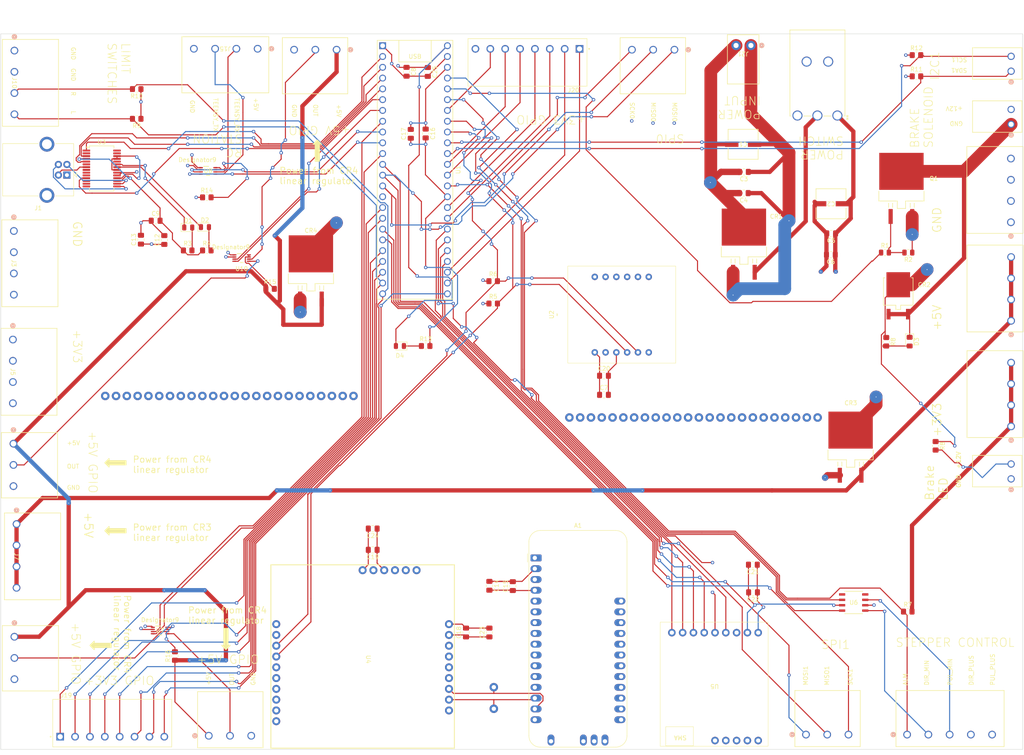
<source format=kicad_pcb>
(kicad_pcb (version 20240108) (generator "pcbnew") (generator_version "8.0")
  (layers (0 "F.Cu" mixed) (1 "In1.Cu" mixed) (2 "In2.Cu" power) (3 "In3.Cu" power) (4 "In4.Cu" power) (31 "B.Cu" mixed) (34 "B.Paste" user) (35 "F.Paste" user) (36 "B.SilkS" user "B.Silkscreen") (37 "F.SilkS" user "F.Silkscreen") (38 "B.Mask" user) (39 "F.Mask" user) (44 "Edge.Cuts" user))
  (net 0 "")
  (net 1 "+12V")
  (net 2 "+5V")
  (net 3 "GND")
  (net 4 "Net-(CR1-OUTPUT)")
  (net 5 "Net-(U10-B1)")
  (net 6 "Net-(U10-B2)")
  (net 7 "Net-(U7-B1)")
  (net 8 "Net-(U7-B2)")
  (net 9 "Net-(U8-B2)")
  (net 10 "Net-(U8-B1)")
  (net 11 "Net-(U1-16_A2_RX4_SCL1)")
  (net 12 "/RF_CS")
  (net 13 "Net-(U1-17_A3_TX4_SDA1)")
  (net 14 "/MOSI0")
  (net 15 "/MISO0")
  (net 16 "/SCK0")
  (net 17 "/J0_1")
  (net 18 "/J0_4")
  (net 19 "/J0_7")
  (net 20 "Net-(D3-K)")
  (net 21 "/PUL_MIN")
  (net 22 "/J0_3")
  (net 23 "/J0_2")
  (net 24 "/J0_8")
  (net 25 "/J0_6")
  (net 26 "/J0_5")
  (net 27 "/J1_5")
  (net 28 "/J1_7")
  (net 29 "/J1_6")
  (net 30 "/J1_1")
  (net 31 "/J1_3")
  (net 32 "/DIR_MIN")
  (net 33 "/BRAKE")
  (net 34 "/J1_2")
  (net 38 "+3V3")
  (net 44 "/ALM")
  (net 45 "Net-(Q1-G)")
  (net 47 "/USB_DM")
  (net 48 "/USB_DP")
  (net 49 "/UART1 TX")
  (net 50 "/UART1 RX")
  (net 51 "/UART1 CTS")
  (net 52 "/UART1 RTS")
  (net 53 "Net-(U3-3V3OUT)")
  (net 56 "Net-(D1-K)")
  (net 60 "Net-(D2-K)")
  (net 65 "Net-(D3-A)")
  (net 66 "Net-(D1-A)")
  (net 67 "Net-(D2-A)")
  (net 68 "/I2C0_SCL")
  (net 69 "/I2C0_SDA")
  (net 71 "/GPS_RX")
  (net 83 "/GPS_TX")
  (net 101 "/RF_RST")
  (net 102 "/RF_G0")
  (net 108 "/LIM_R")
  (net 109 "/LIM_L")
  (net 110 "/DIR")
  (net 111 "/PUL")
  (net 114 "/J1_4")
  (net 116 "/SCK1")
  (net 117 "/MOSI1")
  (net 118 "/MISO1")
  (net 119 "Net-(U8-EN)")
  (net 120 "/RC_TX")
  (net 121 "/NP1")
  (net 122 "/NP4")
  (net 123 "/RC_RX")
  (net 124 "/NP2")
  (net 125 "/NP3")
  (net 126 "Net-(CR3-OUTPUT)")
  (net 127 "Net-(CR4-OUTPUT)")
  (net 128 "Net-(D4-K)")
  (net 141 "Net-(U10-EN)")
  (net 142 "Net-(U7-EN)")
  (footprint "clipboard:fe42560d-e869-41d1-821b-38ac966b38b9" (layer "F.Cu") (at 164 147)
    (property "Reference" "")
    (property "Value" "")
  )
  (footprint "Capacitor_SMD:C_0805_2012Metric_Pad1.18x1.45mm_HandSolder" (layer "F.Cu") (at 110 50.0375 90)
    (property "Reference" "C17")
    (property "Value" "1u")
  )
  (footprint "Capacitor_SMD:C_0805_2012Metric_Pad1.18x1.45mm_HandSolder" (layer "F.Cu") (at 188.353916 64 180)
    (property "Reference" "C4")
    (property "Value" "1u")
  )
  (footprint "Custom:TO252DPAK_DIO" (layer "F.Cu") (at 224.714 87.166)
    (property "Reference" "CR2")
    (property "Value" "MBRD10100CT-13")
  )
  (footprint "clipboard:fe42560d-e869-41d1-821b-38ac966b38b9" (layer "F.Cu") (at 143.5 82)
    (property "Reference" "")
    (property "Value" "")
  )
  (footprint "Custom:CONN_1988817" (layer "F.Cu") (at 161.891416 30.227 180)
    (property "Reference" "J18" (hide yes))
    (property "Value" "1988817")
  )
  (footprint "Module:Adafruit_Feather_M0_RFM" (layer "F.Cu") (at 139.18 149.9)
    (property "Reference" "A1")
    (property "Value" "Adafruit_Feather_M0_RFM9x_LoRa_Radio")
  )
  (footprint "Capacitor_SMD:C_0805_2012Metric_Pad1.18x1.45mm_HandSolder" (layer "F.Cu") (at 109 35.425 -90)
    (property "Reference" "C8")
    (property "Value" "10u")
  )
  (footprint "Package_SO:SSOP-28_5.3x10.2mm_P0.65mm" (layer "F.Cu") (at 37.2675 58.205)
    (property "Reference" "U3")
    (property "Value" "FT232RL")
  )
  (footprint "clipboard:fe42560d-e869-41d1-821b-38ac966b38b9" (layer "F.Cu") (at 175 103.5)
    (property "Reference" "")
    (property "Value" "")
  )
  (footprint "Capacitor_SMD:C_0805_2012Metric_Pad1.18x1.45mm_HandSolder" (layer "F.Cu") (at 113.5 49.9625 -90)
    (property "Reference" "C16")
    (property "Value" "10u")
  )
  (footprint "Resistor_SMD:R_0805_2012Metric_Pad1.20x1.40mm_HandSolder" (layer "F.Cu") (at 113.5 100)
    (property "Reference" "R13")
    (property "Value" "120")
  )
  (footprint "Resistor_SMD:R_0805_2012Metric_Pad1.20x1.40mm_HandSolder" (layer "F.Cu") (at 226.9483 162.54)
    (property "Reference" "R7")
    (property "Value" "500")
  )
  (footprint "Custom:CONN_1988956" (layer "F.Cu") (at 186.391416 29.227 180)
    (property "Reference" "J21")
    (property "Value" "1988956")
  )
  (footprint "Custom:DCU0008A_M" (layer "F.Cu") (at 62.299998 58.750002)
    (property "Reference" "U8")
    (property "Value" "LSF0102DCUR")
  )
  (footprint "Custom:CONN_1988820" (layer "F.Cu") (at 251.273 103.725184 90)
    (property "Reference" "J4" (hide yes))
    (property "Value" "1988820")
  )
  (footprint "Custom:CONN_1988820" (layer "F.Cu") (at 16.5945 88.1134 -90)
    (property "Reference" "J3")
    (property "Value" "1988820")
  )
  (footprint "clipboard:fe42560d-e869-41d1-821b-38ac966b38b9" (layer "F.Cu") (at 196.5 172)
    (property "Reference" "")
    (property "Value" "")
  )
  (footprint "Custom:CONN_1988817" (layer "F.Cu") (at 72.608584 191.773)
    (property "Reference" "J14" (hide yes))
    (property "Value" "1988817")
  )
  (footprint "Capacitor_SMD:C_0805_2012Metric_Pad1.18x1.45mm_HandSolder" (layer "F.Cu") (at 208.928916 73.5 180)
    (property "Reference" "C5")
    (property "Value" "10u")
  )
  (footprint "Capacitor_SMD:C_0805_2012Metric_Pad1.18x1.45mm_HandSolder" (layer "F.Cu") (at 128.5 167.4625 90)
    (property "Reference" "C23")
    (property "Value" "10u")
  )
  (footprint "Custom:CONN_1988956" (layer "F.Cu") (at 251.2731 127.641416 90)
    (property "Reference" "J9" (hide yes))
    (property "Value" "1988956")
  )
  (footprint "clipboard:fe42560d-e869-41d1-821b-38ac966b38b9" (layer "F.Cu") (at 164 170)
    (property "Reference" "")
    (property "Value" "")
  )
  (footprint "Custom:D2PAKSMD_2L_STD-ST_STM" (layer "F.Cu") (at 188.391416 74.1971)
    (property "Reference" "CR1")
    (property "Value" "L7805CD2T-TR")
  )
  (footprint "Custom:CAP_A765EB_KEM" (layer "F.Cu") (at 188.211716 52.5 180)
    (property "Reference" "C1")
    (property "Value" "100u")
  )
  (footprint "Custom:BNO085" (layer "F.Cu") (at 159.65 92.61 90)
    (property "Reference" "U2")
    (property "Value" "~")
  )
  (footprint "Resistor_SMD:R_0805_2012Metric_Pad1.20x1.40mm_HandSolder" (layer "F.Cu") (at 45.5 46.5 180)
    (property "Reference" "R9")
    (property "Value" "10k")
  )
  (footprint "LED_SMD:LED_0805_2012Metric_Pad1.15x1.40mm_HandSolder" (layer "F.Cu") (at 227.391416 98.975 -90)
    (property "Reference" "D3")
    (property "Value" "LED")
  )
  (footprint "Capacitor_SMD:C_0805_2012Metric_Pad1.18x1.45mm_HandSolder" (layer "F.Cu") (at 188.391416 59 180)
    (property "Reference" "C3")
    (property "Value" "10u")
  )
  (footprint "Resistor_SMD:R_0805_2012Metric_Pad1.20x1.40mm_HandSolder" (layer "F.Cu") (at 221.891416 99 -90)
    (property "Reference" "R8")
    (property "Value" "1k")
  )
  (footprint "clipboard:fe42560d-e869-41d1-821b-38ac966b38b9" (layer "F.Cu") (at 95 92)
    (property "Reference" "")
    (property "Value" "")
  )
  (footprint "Custom:D2PAKSMD_2L_STD-ST_STM" (layer "F.Cu") (at 86.5 80.5)
    (property "Reference" "CR4")
    (property "Value" "L7805CD2T-TR")
  )
  (footprint "Custom:CONN_1988820" (layer "F.Cu") (at 17.227 157.1334 -90)
    (property "Reference" "J7")
    (property "Value" "1988820")
  )
  (footprint "Custom:D2PAKSMD_2L_STD-ST_STM" (layer "F.Cu") (at 213.5 122)
    (property "Reference" "CR3")
    (property "Value" "L7805CD2T-TR")
  )
  (footprint "Capacitor_SMD:C_0805_2012Metric_Pad1.18x1.45mm_HandSolder" (layer "F.Cu") (at 155.4625 111.5)
    (property "Reference" "C7")
    (property "Value" "10u")
  )
  (footprint "Capacitor_SMD:C_0805_2012Metric_Pad1.18x1.45mm_HandSolder" (layer "F.Cu") (at 114 35.4625 -90)
    (property "Reference" "C25")
    (property "Value" "1u")
  )
  (footprint "Capacitor_SMD:C_0805_2012Metric_Pad1.18x1.45mm_HandSolder" (layer "F.Cu") (at 49.9625 70.5)
    (property "Reference" "C9")
    (property "Value" "100n")
  )
  (footprint "clipboard:fe42560d-e869-41d1-821b-38ac966b38b9" (layer "F.Cu") (at 175 82)
    (property "Reference" "")
    (property "Value" "")
  )
  (footprint "Connector_USB:USB_B_OST_USB-B1HSxx_Horizontal" (layer "F.Cu") (at 29.0775 59.75 180)
    (property "Reference" "J1")
    (property "Value" "USB_B")
  )
  (footprint "Custom:SOIC8_4X5_INR" (layer "F.Cu") (at 214.22415 160.405)
    (property "Reference" "U6")
    (property "Value" "ICL7667CBAZA-TDKR")
  )
  (footprint "Capacitor_SMD:C_0805_2012Metric_Pad1.18x1.45mm_HandSolder" (layer "F.Cu") (at 208.853916 78.5 180)
    (property "Reference" "C6")
    (property "Value" "1u")
  )
  (footprint "Custom:CONN_1988820" (layer "F.Cu") (at 58.758016 30 180)
    (property "Reference" "J15")
    (property "Value" "1988820")
  )
  (footprint "Custom:CONN_1988817" (layer "F.Cu") (at 16.727 178.608584 -90)
    (property "Reference" "J13" (hide yes))
    (property "Value" "1988817")
  )
  (footprint "Custom:ZED F9P RTK SMA" (layer "F.Cu") (at 99.5 173.7862 -90)
    (property "Reference" "U4")
    (property "Value" "~")
  )
  (footprint "Resistor_SMD:R_0805_2012Metric_Pad1.20x1.40mm_HandSolder" (layer "F.Cu") (at 233.5 123.5 -90)
    (property "Reference" "R8")
    (property "Value" "1k")
  )
  (footprint "Custom:CONN_1988817" (layer "F.Cu") (at 16.5 133.150368 -90)
    (property "Reference" "J12" (hide yes))
    (property "Value" "1988817")
  )
  (footprint "clipboard:fe42560d-e869-41d1-821b-38ac966b38b9" (layer "F.Cu") (at 120.5 147)
    (property "Reference" "")
    (property "Value" "")
  )
  (footprint "clipboard:fe42560d-e869-41d1-821b-38ac966b38b9" (layer "F.Cu") (at 127 43.5)
    (property "Reference" "")
    (property "Value" "")
  )
  (footprint "Capacitor_SMD:C_0805_2012Metric_Pad1.18x1.45mm_HandSolder" (layer "F.Cu") (at 101.0375 143 180)
    (property "Reference" "C24")
    (property "Value" "10u")
  )
  (footprint "Resistor_SMD:R_0805_2012Metric_Pad1.20x1.40mm_HandSolder" (layer "F.Cu") (at 129.391416 84.727)
    (property "Reference" "R6")
    (property "Value" "2k")
  )
  (footprint "Custom:SW3_7101MD9AQE_CNK" (layer "F.Cu") (at 210.391416 45.727 180)
    (property "Reference" "SW1" (hide yes))
    (property "Value" "7101MD9AQE")
  )
  (footprint "Capacitor_SMD:C_0805_2012Metric_Pad1.18x1.45mm_HandSolder" (layer "F.Cu") (at 52 75.0375 90)
    (property "Reference" "C12")
    (property "Value" "1u")
  )
  (footprint "clipboard:fe42560d-e869-41d1-821b-38ac966b38b9" (layer "F.Cu") (at 124.5 86.5)
    (property "Reference" "")
    (property "Value" "")
  )
  (footprint "Capacitor_SMD:C_0805_2012Metric_Pad1.18x1.45mm_HandSolder" (layer "F.Cu") (at 123 167.4625 90)
    (property "Reference" "C18")
    (property "Value" "1u")
  )
  (footprint "Custom:CONN_1988956" (layer "F.Cu") (at 251.2731 31.641416 90)
    (property "Reference" "J17" (hide yes))
    (property "Value" "1988956")
  )
  (footprint "Custom:CONN_1988820" (layer "F.Cu") (at 251.273 78.858584 90)
    (property "Reference" "J6" (hide yes))
    (property "Value" "1988820")
  )
  (footprint "clipboard:fe42560d-e869-41d1-821b-38ac966b38b9" (layer "F.Cu") (at 133.5 190)
    (property "Reference" "")
    (property "Value" "")
  )
  (footprint "clipboard:fe42560d-e869-41d1-821b-38ac966b38b9" (layer "F.Cu") (at 133.5 147)
    (property "Reference" "")
    (property "Value" "")
  )
  (footprint "Resistor_SMD:R_0805_2012Metric" (layer "F.Cu") (at 227.0875 78 180)
    (property "Reference" "R2")
    (property "Value" "10k")
  )
  (footprint "clipboard:fe42560d-e869-41d1-821b-38ac966b38b9" (layer "F.Cu") (at 99.5 31)
    (property "Reference" "")
    (property "Value" "")
  )
  (footprint "Resistor_SMD:R_0805_2012Metric" (layer "F.Cu") (at 221.5875 78)
    (property "Reference" "R1")
    (property "Value" "1k")
  )
  (footprint "Custom:PHOENIX_1989010" (layer "F.Cu") (at 25.75 194.4)
    (property "Reference" "J19")
    (property "Value" "1989010")
  )
  (footprint "clipboard:fe42560d-e869-41d1-821b-38ac966b38b9" (layer "F.Cu") (at 125 190)
    (property "Reference" "")
    (property "Value" "")
  )
  (footprint "Custom:CONN_1988817" (layer "F.Cu") (at 82.391416 30.227 180)
    (property "Reference" "J11" (hide yes))
    (property "Value" "1988817")
  )
  (footprint "clipboard:fe42560d-e869-41d1-821b-38ac966b38b9" (layer "F.Cu") (at 164 191.5)
    (property "Reference" "")
    (property "Value" "")
  )
  (footprint "Custom:CONN_1988820" (layer "F.Cu") (at 251.2269 55.658585 90)
    (property "Reference" "J2" (hide yes))
    (property "Value" "1988820")
  )
  (footprint "Capacitor_SMD:C_0805_2012Metric_Pad1.18x1.45mm_HandSolder" (layer "F.Cu") (at 155.4625 107)
    (property "Reference" "C20")
    (property "Value" "1u")
  )
  (footprint "Resistor_SMD:R_0805_2012Metric_Pad1.20x1.40mm_HandSolder" (layer "F.Cu") (at 62 77.5)
    (property "Reference" "R4")
    (property "Value" "270")
  )
  (footprint "Custom:CONN_1988820" (layer "F.Cu") (at 16.3675 113.679999 -90)
    (property "Reference" "J5")
    (property "Value" "1988820")
  )
  (footprint "LED_SMD:LED_0805_2012Metric" (layer "F.Cu") (at 61.5625 72)
    (property "Reference" "D2")
    (property "Value" "BLUE")
  )
  (footprint "Custom:PHOENIX_1989010" (layer "F.Cu") (at 151.463916 27.627 180)
    (property "Reference" "J20")
    (property "Value" "1989010")
  )
  (footprint "Custom:DCU0008A_M" (layer "F.Cu") (at 70.191414 79.293101)
    (property "Reference" "U10")
    (property "Value" "LSF0102DCUR")
  )
  (footprint "Capacitor_SMD:C_0805_2012Metric_Pad1.18x1.45mm_HandSolder" (layer "F.Cu") (at 134 156.5375 90)
    (property "Reference" "C15")
    (property "Value" "1u")
  )
  (footprint "Resistor_SMD:R_0805_2012Metric_Pad1.20x1.40mm_HandSolder" (layer "F.Cu") (at 229 36.5)
    (property "Reference" "R11")
    (property "Value" "2k")
  )
  (footprint "Resistor_SMD:R_0805_2012Metric_Pad1.20x1.40mm_HandSolder" (layer "F.Cu") (at 54.5 173 90)
    (property "Reference" "R16")
    (property "Value" "200k")
  )
  (footprint "Resistor_SMD:R_0805_2012Metric_Pad1.20x1.40mm_HandSolder" (layer "F.Cu") (at 57.5 77.5)
    (property "Reference" "R3")
    (property "Value" "270")
  )
  (footprint "Custom:CONN_1988820" (layer "F.Cu") (at 16.727 45.6334 -90)
    (property "Reference" "J10")
    (property "Value" "1988820")
  )
  (footprint "Capacitor_SMD:C_0805_2012Metric_Pad1.18x1.45mm_HandSolder" (layer "F.Cu") (at 190.5 151.5 180)
    (property "Reference" "C21")
    (property "Value" "10u")
  )
  (footprint "Capacitor_SMD:C_0805_2012Metric_Pad1.18x1.45mm_HandSolder" (layer "F.Cu") (at 128.5 156.4625 -90)
    (property "Reference" "C14")
    (property "Value" "10u")
  )
  (footprint "LED_SMD:LED_0805_2012Metric" (layer "F.Cu") (at 57.6315 72.0938)
    (property "Reference" "D1")
    (property "Value" "BLUE")
  )
  (footprint "Capacitor_SMD:C_0805_2012Metric_Pad1.18x1.45mm_HandSolder" (layer "F.Cu") (at 101.0375 148 180)
    (property "Reference" "C19")
    (property "Value" "1u")
  )
  (footprint "Custom:D2PAKSMD_2L_STD-ST_STM" (layer "F.Cu") (at 225.46 61.0672)
    (property "Reference" "Q1")
    (property "Value" "IRL530NSTRLPBF")
  )
  (footprint "LED_SMD:LED_0805_2012Metric" (layer "F.Cu") (at 107.4375 100 180)
    (property "Reference" "D4")
    (property "Value" "GREEN")
  )
  (footprint "Custom:CAP_A765EB_KEM" (layer "F.Cu") (at 208.891416 66.5 180)
    (property "Reference" "C2")
    (property "Value" "100u")
  )
  (footprint "Capacitor_SMD:C_0805_2012Metric_Pad1.18x1.45mm_HandSolder" (layer "F.Cu") (at 46.5 74.9625 90)
    (property "Reference" "C13")
    (property "Value" "10u")
  )
  (footprint "Resistor_SMD:R_0805_2012Metric_Pad1.20x1.40mm_HandSolder" (layer "F.Cu") (at 62 65.000001)
    (property "Reference" "R14")
    (property "Value" "200k")
  )
  (footprint "clipboard:fe42560d-e869-41d1-821b-38ac966b38b9" (layer "F.Cu") (at 77 147)
    (property "Reference" "")
    (property "Value" "")
  )
  (footprint "Resistor_SMD:R_0805_2012Metric_Pad1.20x1.40mm_HandSolder" (layer "F.Cu") (at 229 31.5)
    (property "Reference" "R12")
    (property "Value" "2k")
  )
  (footprint "Custom:CONN_1988817" (layer "F.Cu") (at 213.150368 191.5)
    (property "Reference" "J22" (hide yes))
    (property "Value" "1988817")
  )
  (footprint "Resistor_SMD:R_0805_2012Metric_Pad1.20x1.40mm_HandSolder" (layer "F.Cu") (at 76.891416 86.5431)
    (property "Reference" "R15")
    (property "Value" "200k")
  )
  (footprint "Custom:DCU0008A_M" (layer "F.Cu") (at 51 167)
    (property "Reference" "U7")
    (property "Value" "LSF0102DCUR")
  )
  (footprint "Custom:CONN_1988833" (layer "F.Cu") (at 247 191.5)
    (property "Reference" "J8" (hide yes))
    (property "Value" "1988833")
  )
  (footprint "clipboard:fe42560d-e869-41d1-821b-38ac966b38b9" (layer "F.Cu") (at 143.5 103.5)
    (property "Reference" "")
    (property "Value" "")
  )
  (footprint "Capacitor_SMD:C_0805_2012Metric_Pad1.18x1.45mm_HandSolder" (layer "F.Cu") (at 190.5375 158 180)
    (property "Reference" "C22")
    (property "Value" "1u")
  )
  (footprint "Custom:CONN_1988956" (layer "F.Cu") (at 251.2731 44.141416 90)
    (property "Reference" "J9" (hide yes))
    (property "Value" "1988956")
  )
  (footprint "Resistor_SMD:R_0805_2012Metric_Pad1.20x1.40mm_HandSolder" (layer "F.Cu") (at 129.391416 90)
    (property "Reference" "R5")
    (property "Value" "2k")
  )
  (footprint "Resistor_SMD:R_0805_2012Metric_Pad1.20x1.40mm_HandSolder" (layer "F.Cu") (at 45.5 39.5 180)
    (property "Reference" "R10")
    (property "Value" "10k")
  )
  (footprint "Teensy 4.1:Teensy41" (layer "F.Cu") (at 111 58.5 -90)
    (property "Reference" "U1")
    (property "Value" "Teensy4.1")
  )
  (footprint "Custom:RFM69HCW Adafruit Breakout" (layer "F.Cu") (at 181.5 179.646 180)
    (property "Reference" "U5")
    (property "Value" "~")
  )
  (gr_poly (pts (xy 39.5 170) (xy 35.5 170) (xy 35.5 169.5) (xy 34.5 170.5) (xy 35.5 171.5) (xy 35.5 171) (xy 39.5 171)) (stroke (width 0.2)) (fill solid) (layer "F.SilkS"))
  (gr_poly (pts (xy 43 143) (xy 39 143) (xy 39 142.5) (xy 38 143.5) (xy 39 144.5) (xy 39 144) (xy 43 144)) (stroke (width 0.2)) (fill solid) (layer "F.SilkS"))
  (gr_poly (pts (xy 66 166.5) (xy 66 170.5) (xy 65.5 170.5) (xy 66.5 171.5) (xy 67.5 170.5) (xy 67 170.5) (xy 67 166.5)) (stroke (width 0.2)) (fill solid) (layer "F.SilkS"))
  (gr_poly (pts (xy 88.5 56.5) (xy 88.5 52.5) (xy 89 52.5) (xy 88 51.5) (xy 87 52.5) (xy 87.5 52.5) (xy 87.5 56.5)) (stroke (width 0.2)) (fill solid) (layer "F.SilkS"))
  (gr_poly (pts (xy 43 127) (xy 39 127) (xy 39 126.5) (xy 38 127.5) (xy 39 128.5) (xy 39 128) (xy 43 128)) (stroke (width 0.2)) (fill solid) (layer "F.SilkS"))
  (gr_rect (start 13.5 26.5) (end 254 195) (stroke (width 0.1)) (fill none) (layer "Edge.Cuts"))
  (gr_text "+5V" (at 63 180 90) (layer "F.SilkS") (effects (font (size 1 1)) (justify left bottom)))
  (gr_text "+3V3 GPIO" (at 33 180 0) (layer "F.SilkS") (effects (font (size 2 2)) (justify left bottom)))
  (gr_text "STEPPER CONTROL" (at 224 171 0) (layer "F.SilkS") (effects (font (size 2 2)) (justify left bottom)))
  (gr_text "GND" (at 240 47 180) (layer "F.SilkS") (effects (font (size 1 1)) (justify left bottom)))
  (gr_text "I2C1" (at 234.5 37.5 90) (layer "F.SilkS") (effects (font (size 2 2)) (justify left bottom)))
  (gr_text "+5V GPIO" (at 34 119.9332 -90) (layer "F.SilkS") (effects (font (size 2 2)) (justify left bottom)))
  (gr_text "+5V" (at 29 123.4332 0) (layer "F.SilkS") (effects (font (size 1 1)) (justify left bottom)))
  (gr_text "GND" (at 30 29.5 270) (layer "F.SilkS") (effects (font (size 1 1)) (justify left bottom)))
  (gr_text "PUL_MIN" (at 237.5 180 90) (layer "F.SilkS") (effects (font (size 1 1)) (justify left bottom)))
  (gr_text "OUT" (at 68.5 180 90) (layer "F.SilkS") (effects (font (size 1 1)) (justify left bottom)))
  (gr_text "Brake\nLED" (at 236.5 136.5 90) (layer "F.SilkS") (effects (font (size 2 2) (thickness 0.2) (bold yes)) (justify left bottom)))
  (gr_text "+12V" (at 239.5 129 90) (layer "F.SilkS") (effects (font (size 1 1) (thickness 0.2) (bold yes)) (justify left bottom)))
  (gr_text "+5V GPIO" (at 59.5 175 0) (layer "F.SilkS") (effects (font (size 2 2)) (justify left bottom)))
  (gr_text "OUT" (at 29 128.9332 0) (layer "F.SilkS") (effects (font (size 1 1)) (justify left bottom)))
  (gr_text "Power from CR4\nlinear regulator" (at 44.5 130 0) (layer "F.SilkS") (effects (font (size 1.5 1.5) (thickness 0.1875)) (justify left bottom)))
  (gr_text "Power from CR3\nlinear regulator" (at 44.5 146 0) (layer "F.SilkS") (effects (font (size 1.5 1.5) (thickness 0.1875)) (justify left bottom)))
  (gr_text "+5V" (at 92.5 43 -90) (layer "F.SilkS") (effects (font (size 1 1)) (justify left bottom)))
  (gr_text "R" (at 30 40 -90) (layer "F.SilkS") (effects (font (size 1 1)) (justify left bottom)))
  (gr_text "+12V" (at 240 43.5 180) (layer "F.SilkS") (effects (font (size 1 1)) (justify left bottom)))
  (gr_text "SDA1" (at 241 34.5 180) (layer "F.SilkS") (effects (font (size 1 1)) (justify left bottom)))
  (gr_text "POWER\nSWITCH" (at 212 50.5 180) (layer "F.SilkS") (effects (font (size 2 2)) (justify left bottom)))
  (gr_text "+3V3 GPIO" (at 151.5 45.5 180) (layer "F.SilkS") (effects (font (size 2 2)) (justify left bottom)))
  (gr_text "RC\nSTATION" (at 70.5 50 180) (layer "F.SilkS") (effects (font (size 2 2)) (justify left bottom)))
  (gr_text "Power from CR4\nlinear regulator" (at 40 158.5 -90) (layer "F.SilkS") (effects (font (size 1.5 1.5) (thickness 0.1875)) (justify left bottom)))
  (gr_text "Power from CR4\nlinear regulator" (at 57.5 165.5 0) (layer "F.SilkS") (effects (font (size 1.5 1.5) (thickness 0.1875)) (justify left bottom)))
  (gr_text "+5V\n" (at 33 139 -90) (layer "F.SilkS") (effects (font (size 2 2) (thickness 0.2) (bold yes)) (justify left bottom)))
  (gr_text "GND" (at 235 73.5 90) (layer "F.SilkS") (effects (font (size 2 2) (thickness 0.1875)) (justify left bottom)))
  (gr_text "+5V GPIO" (at 30 165 270) (layer "F.SilkS") (effects (font (size 2 2)) (justify left bottom)))
  (gr_text "SCL1" (at 241 32 180) (layer "F.SilkS") (effects (font (size 1 1)) (justify left bottom)))
  (gr_text "PUL_PLUS" (at 247.5 180 90) (layer "F.SilkS") (effects (font (size 1 1)) (justify left bottom)))
  (gr_text "SPI0" (at 174.5 50 180) (layer "F.SilkS") (effects (font (size 2 2)) (justify left bottom)))
  (gr_text "+3V3" (at 235 121.5 90) (layer "F.SilkS") (effects (font (size 2 2) (thickness 0.2) (bold yes)) (justify left bottom)))
  (gr_text "+5V\n" (at 235 96.5 90) (layer "F.SilkS") (effects (font (size 2 2) (thickness 0.2) (bold yes)) (justify left bottom)))
  (gr_text "MISO0" (at 166.5 42.5 -90) (layer "F.SilkS") (effects (font (size 1 1)) (justify left bottom)))
  (gr_text "TEENSY_TX" (at 63.5 41.5 -90) (layer "F.SilkS") (effects (font (size 1 1)) (justify left bottom)))
  (gr_text "SCK1" (at 214 180 90) (layer "F.SilkS") (effects (font (size 1 1)) (justify left bottom)))
  (gr_text "LIMIT\nSWITCHES" (at 38.5 28.5 -90) (layer "F.SilkS") (effects (font (size 2 2)) (justify left bottom)))
  (gr_text "SCK0" (at 161.5 42.5 -90) (layer "F.SilkS") (effects (font (size 1 1)) (justify left bottom)))
  (gr_text "GND" (at 82 43 -90) (layer "F.SilkS") (effects (font (size 1 1)) (justify left bottom)))
  (gr_text "+5V" (at 73 41.5 -90) (layer "F.SilkS") (effects (font (size 1 1)) (justify left bottom)))
  (gr_text "Power from CR4\nlinear regulator" (at 79 62 0) (layer "F.SilkS") (effects (font (size 1.5 1.5) (thickness 0.1875)) (justify left bottom)))
  (gr_text "OUT" (at 87 43 -90) (layer "F.SilkS") (effects (font (size 1 1)) (justify left bottom)))
  (gr_text "DIR_PLUS" (at 242.5 180 90) (layer "F.SilkS") (effects (font (size 1 1)) (justify left bottom)))
  (gr_text "GND" (at 73.5 180 90) (layer "F.SilkS") (effects (font (size 1 1)) (justify left bottom)))
  (gr_text "+3V3" (at 30.3675 95.98 -90) (layer "F.SilkS") (effects (font (size 2 2)) (justify left bottom)))
  (gr_text "L" (at 30 44.5 -90) (layer "F.SilkS") (effects (font (size 1 1)) (justify left bottom)))
  (gr_text "GND" (at 30.3675 70.48 -90) (layer "F.SilkS") (effects (font (size 2 2) (thickness 0.1875)) (justify left bottom)))
  (gr_text "+5V GPIO" (at 96 48 180) (layer "F.SilkS") (effects (font (size 2 2)) (justify left bottom)))
  (gr_text "DIR_MIN" (at 232 180 90) (layer "F.SilkS") (effects (font (size 1 1)) (justify left bottom)))
  (gr_text "GND" (at 30 34.5 270) (layer "F.SilkS") (effects (font (size 1 1)) (justify left bottom)))
  (gr_text "MOSI0" (at 171.5 42.5 -90) (layer "F.SilkS") (effects (font (size 1 1)) (justify left bottom)))
  (gr_text "MISO1" (at 208.5 180 90) (layer "F.SilkS") (effects (font (size 1 1)) (justify left bottom)))
  (gr_text "ALM" (at 227 180 90) (layer "F.SilkS") (effects (font (size 1 1)) (justify left bottom)))
  (gr_text "GND" (at 239.5 133.5 90) (layer "F.SilkS") (effects (font (size 1 1) (thickness 0.2) (bold yes)) (justify left bottom)))
  (gr_text "BRAKE\nSOLENOID" (at 233 53.5 90) (layer "F.SilkS") (effects (font (size 2 2)) (justify left bottom)))
  (gr_text "POWER\nINPUT" (at 192.5 41 180) (layer "F.SilkS") (effects (font (size 2 2)) (justify left bottom)))
  (gr_text "GND" (at 58 42 -90) (layer "F.SilkS") (effects (font (size 1 1)) (justify left bottom)))
  (gr_text "MOSI1" (at 203.5 180 90) (layer "F.SilkS") (effects (font (size 1 1)) (justify left bottom)))
  (gr_text "GND" (at 29 133.9332 0) (layer "F.SilkS") (effects (font (size 1 1)) (justify left bottom)))
  (gr_text "SPI1" (at 206.5 171.5 0) (layer "F.SilkS") (effects (font (size 2 2)) (justify left bottom)))
  (gr_text "TEENSY_RX" (at 68.5 41.5 -90) (layer "F.SilkS") (effects (font (size 1 1)) (justify left bottom)))
  (segment (start 233.5 124.5) (end 235 124.5) (width 0.25) (layer "F.Cu") (net 0))
  (segment (start 238 127.5) (end 239 127.5) (width 0.25) (layer "F.Cu") (net 0))
  (segment (start 235 124.5) (end 238 127.5) (width 0.25) (layer "F.Cu") (net 0))
  (segment (start 239 127.5) (end 240 128.5) (width 0.25) (layer "F.Cu") (net 0))
  (via (at 167 47.5) (size 0.8) (drill 0.4) (layers "F.Cu" "B.Cu") (net 0))
  (via (at 162 47) (size 0.8) (drill 0.4) (layers "F.Cu" "B.Cu") (net 0))
  (via (at 172 47.5) (size 0.8) (drill 0.4) (layers "F.Cu" "B.Cu") (net 0))
  (segment (start 242 128.5) (end 244.5 131) (width 0.25) (layer "B.Cu") (net 0))
  (segment (start 240 128.5) (end 242 128.5) (width 0.25) (layer "B.Cu") (net 0))
  (segment (start 247.708217 127.791783) (end 251.2731 127.791783) (width 0.25) (layer "B.Cu") (net 0))
  (segment (start 244.5 131) (end 247.708217 127.791783) (width 0.25) (layer "B.Cu") (net 0))
  (segment (start 83.96 88.9328) (end 83.96 91.96) (width 3) (layer "F.Cu") (net 1))
  (segment (start 220.748 104.248) (end 230 113.5) (width 0.25) (layer "F.Cu") (net 1))
  (segment (start 231.5 82) (end 227.9215 85.5785) (width 3) (layer "F.Cu") (net 1))
  (segment (start 190.041783 29.227) (end 190.041783 45.503147) (width 3) (layer "F.Cu") (net 1))
  (segment (start 192.5 64) (end 199 70.5) (width 1) (layer "F.Cu") (net 1))
  (segment (start 199 54.461364) (end 199 70.5) (width 3) (layer "F.Cu") (net 1))
  (segment (start 227.9215 85.5785) (end 224.714 85.5785) (width 3) (layer "F.Cu") (net 1))
  (segment (start 210.96 130.4328) (end 208.0672 130.4328) (width 1.5) (layer "F.Cu") (net 1))
  (segment (start 189.428916 59) (end 194.461364 59) (width 1) (layer "F.Cu") (net 1))
  (segment (start 237 122.5) (end 238 123.5) (width 0.25) (layer "F.Cu") (net 1))
  (segment (start 221.891416 98) (end 221.6331 97.741684) (width 0.25) (layer "F.Cu") (net 1))
  (segment (start 194.461364 59) (end 199 54.461364) (width 1) (layer "F.Cu") (net 1))
  (segment (start 190.891416 52.5) (end 197.038636 52.5) (width 1) (layer "F.Cu") (net 1))
  (segment (start 197.038636 52.5) (end 199 54.461364) (width 1) (layer "F.Cu") (net 1))
  (segment (start 221.6331 88.6594) (end 224.714 85.5785) (width 0.25) (layer "F.Cu") (net 1))
  (segment (start 233.5 122.5) (end 237 122.5) (width 0.25) (layer "F.Cu") (net 1))
  (segment (start 185.851416 82.6299) (end 185.851416 88) (width 3) (layer "F.Cu") (net 1))
  (segment (start 190.041783 45.503147) (end 199 54.461364) (width 3) (layer "F.Cu") (net 1))
  (segment (start 208.0672 130.4328) (end 207.5 131) (width 1.5) (layer "F.Cu") (net 1))
  (segment (start 221.6331 96.5) (end 220.748 97.3851) (width 0.25) (layer "F.Cu") (net 1))
  (segment (start 220.748 97.3851) (end 220.748 104.248) (width 0.25) (layer "F.Cu") (net 1))
  (segment (start 189.391416 64) (end 192.5 64) (width 1) (layer "F.Cu") (net 1))
  (segment (start 221.6331 97.741684) (end 221.6331 96.5) (width 0.25) (layer "F.Cu") (net 1))
  (segment (start 221.6331 96.5) (end 221.6331 88.6594) (width 0.25) (layer "F.Cu") (net 1))
  (segment (start 83.96 91.96) (end 84 92) (width 3) (layer "F.Cu") (net 1))
  (via (at 207.5 131) (size 1.5) (drill 0.2) (layers "F.Cu" "B.Cu") (net 1))
  (via (at 84 92) (size 3) (drill 0.2) (layers "F.Cu" "B.Cu") (net 1))
  (via (at 185.851416 88) (size 3) (drill 0.2) (layers "F.Cu" "B.Cu") (net 1))
  (via (at 231.5 82) (size 3) (drill 0.2) (layers "F.Cu" "B.Cu") (net 1))
  (via (at 199 70.5) (size 3) (drill 0.2) (layers "F.Cu" "B.Cu") (net 1))
  (via (at 230 113.5) (size 0.8) (drill 0.4) (layers "F.Cu" "B.Cu") (net 1))
  (via (at 238 123.5) (size 0.8) (drill 0.4) (layers "F.Cu" "B.Cu") (net 1))
  (segment (start 230 113.5) (end 238 121.5) (width 0.25) (layer "B.Cu") (net 1))
  (segment (start 187.351416 86.5) (end 198 86.5) (width 3) (layer "B.Cu") (net 1))
  (segment (start 185.851416 88) (end 187.351416 86.5) (width 3) (layer "B.Cu") (net 1))
  (segment (start 198 86.5) (end 198 71.5) (width 3) (layer "B.Cu") (net 1))
  (segment (start 238 121.5) (end 238 123.5) (width 0.25) (layer "B.Cu") (net 1))
  (segment (start 198 71.5) (end 199 70.5) (width 3) (layer "B.Cu") (net 1))
  (segment (start 123 168.5) (end 128.5 168.5) (width 0.25) (layer "F.Cu") (net 2))
  (segment (start 49 76) (end 46.5 76) (width 0.25) (layer "F.Cu") (net 2))
  (segment (start 114 34.425) (end 114 33.91) (width 0.25) (layer "F.Cu") (net 2))
  (segment (start 109.5125 57.5125) (end 109.5 57.5) (width 0.25) (layer "F.Cu") (net 2))
  (segment (start 40.8675 59.83) (end 41.35 59.83) (width 0.25) (layer "F.Cu") (net 2))
  (segment (start 49.075 76.075) (end 52 76.075) (width 0.25) (layer "F.Cu") (net 2))
  (segment (start 113.9625 34.3875) (end 114 34.425) (width 0.25) (layer "F.Cu") (net 2))
  (segment (start 209.891416 78.5) (end 209.891416 82.391416) (width 1) (layer "F.Cu") (net 2))
  (segment (start 212.536316 66.5) (end 211.571116 66.5) (width 1) (layer "F.Cu") (net 2))
  (segment (start 114 33.91) (end 118.62 29.29) (width 0.25) (layer "F.Cu") (net 2))
  (segment (start 122.54 168.04) (end 123 168.5) (width 0.25) (layer "F.Cu") (net 2))
  (segment (start 209.891416 82.391416) (end 210 82.5) (width 1) (layer "F.Cu") (net 2))
  (segment (start 106.5 96) (end 109.5 93) (width 0.25) (layer "F.Cu") (net 2))
  (segment (start 218.96 161.04) (end 219 161) (width 0.25) (layer "F.Cu") (net 2))
  (segment (start 109.5125 81.5125) (end 109.5125 57.5125) (width 0.25) (layer "F.Cu") (net 2))
  (segment (start 45.5 59) (end 45.32 59.18) (width 0.25) (layer "F.Cu") (net 2))
  (segment (start 210.391416 45.727) (end 214.145916 49.4815) (width 1) (layer "F.Cu") (net 2))
  (segment (start 109 34.3875) (end 107.3875 34.3875) (width 0.25) (layer "F.Cu") (net 2))
  (segment (start 41.35 59.83) (end 42 59.18) (width 0.25) (layer "F.Cu") (net 2))
  (segment (start 106.5 100) (end 106.5 96) (width 0.25) (layer "F.Cu") (net 2))
  (segment (start 45.32 59.18) (end 42 59.18) (width 0.25) (layer "F.Cu") (net 2))
  (segment (start 109 34.3875) (end 113.9625 34.3875) (width 0.25) (layer "F.Cu") (net 2))
  (segment (start 59.5 65) (end 60.999999 65) (width 0.25) (layer "F.Cu") (net 2))
  (segment (start 213.518158 69.948258) (end 209.891416 73.575) (width 1) (layer "F.Cu") (net 2))
  (segment (start 213.518158 65.518158) (end 213.518158 69.948258) (width 1) (layer "F.Cu") (net 2))
  (segment (start 60.999999 65) (end 61 65.000001) (width 0.25) (layer "F.Cu") (net 2))
  (segment (start 111.5 83.5) (end 109.5125 81.5125) (width 0.25) (layer "F.Cu") (net 2))
  (segment (start 216.9483 161.04) (end 218.96 161.04) (width 0.25) (layer "F.Cu") (net 2))
  (segment (start 42 59.18) (end 40.8675 59.18) (width 0.25) (layer "F.Cu") (net 2))
  (segment (start 214.145916 49.4815) (end 214.145916 64.8904) (width 1) (layer "F.Cu") (net 2))
  (segment (start 214.145916 64.8904) (end 213.518158 65.518158) (width 1) (layer "F.Cu") (net 2))
  (segment (start 209.891416 73.575) (end 209.891416 78.5) (width 1) (layer "F.Cu") (net 2))
  (segment (start 112 55) (end 112 39) (width 0.25) (layer "F.Cu") (net 2))
  (segment (start 107.3875 34.3875) (end 107 34) (width 0.25) (layer "F.Cu") (net 2))
  (segment (start 49 76) (end 49.075 76.075) (width 0.25) (layer "F.Cu") (net 2))
  (segment (start 109.5 57.5) (end 112 55) (width 0.25) (layer "F.Cu") (net 2))
  (segment (start 213.518158 65.518158) (end 212.536316 66.5) (width 1) (layer "F.Cu") (net 2))
  (segment (start 118.9862 168.04) (end 122.54 168.04) (width 0.25) (layer "F.Cu") (net 2))
  (segment (start 213.518158 69.948258) (end 209.966416 73.5) (width 1) (layer "F.Cu") (net 2))
  (via (at 112 39) (size 0.8) (drill 0.4) (layers "F.Cu" "B.Cu") (net 2))
  (via (at 107 34) (size 0.8) (drill 0.4) (layers "F.Cu" "B.Cu") (net 2))
  (via (at 111.5 83.5) (size 0.8) (drill 0.4) (layers "F.Cu" "B.Cu") (net 2))
  (via (at 45.5 59) (size 0.8) (drill 0.4) (layers "F.Cu" "B.Cu") (net 2))
  (via (at 59.5 65) (size 0.8) (drill 0.4) (layers "F.Cu" "B.Cu") (net 2))
  (via (at 109.5 93) (size 0.8) (drill 0.4) (layers "F.Cu" "B.Cu") (net 2))
  (via (at 219 161) (size 0.8) (drill 0.4) (layers "F.Cu" "B.Cu") (net 2))
  (via (at 49 76) (size 0.8) (drill 0.4) (layers "F.Cu" "B.Cu") (net 2))
  (via (at 210 82.5) (size 1) (drill 0.2) (layers "F.Cu" "B.Cu") (net 2))
  (via (at 205.74 116.84) (size 2) (drill 1.02) (layers "F.Cu" "B.Cu") (net 2))
  (segment (start 119.725 89.275) (end 119.745 89.255) (width 0.25) (layer "B.Cu") (net 2))
  (segment (start 118.795991 83.755) (end 111.755 83.755) (width 0.25) (layer "B.Cu") (net 2))
  (segment (start 119.745 84.704009) (end 118.795991 83.755) (width 0.25) (layer "B.Cu") (net 2))
  (segment (start 113.225 89.275) (end 119.725 89.275) (width 0.25) (layer "B.Cu") (net 2))
  (segment (start 112 35.91) (end 118.62 29.29) (width 0.25) (layer "B.Cu") (net 2))
  (segment (start 111.755 83.755) (end 111.5 83.5) (width 0.25) (layer "B.Cu") (net 2))
  (segment (start 112 39) (end 112 35.91) (width 0.25) (layer "B.Cu") (net 2))
  (segment (start 119.745 89.255) (end 119.745 84.704009) (width 0.25) (layer "B.Cu") (net 2))
  (segment (start 109.5 93) (end 113.225 89.275) (width 0.25) (layer "B.Cu") (net 2))
  (segment (start 68.491415 78.5431) (end 67.5431 78.5431) (width 0.25) (layer "F.Cu") (net 3))
  (segment (start 114 36.45) (end 118.62 31.83) (width 0.25) (layer "F.Cu") (net 3))
  (segment (start 113.45 52.55) (end 113.45 59.68) (width 0.25) (layer "F.Cu") (net 3))
  (segment (start 100 148) (end 100 151.4662) (width 0.25) (layer "F.Cu") (net 3))
  (segment (start 113.5 69.97) (end 118.62 64.85) (width 0.25) (layer "F.Cu") (net 3))
  (segment (start 105.5 33.6875) (end 105.5 33.5) (width 0.25) (layer "F.Cu") (net 3))
  (segment (start 156.5 107) (end 156.5 106) (width 0.25) (layer "F.Cu") (net 3))
  (segment (start 122.075 165.5) (end 123 166.425) (width 0.25) (layer "F.Cu") (net 3))
  (segment (start 31.425 58.575) (end 27.9025 58.575) (width 0.25) (layer "F.Cu") (net 3))
  (segment (start 128.5 157.5) (end 133.925 157.5) (width 0.25) (layer "F.Cu") (net 3))
  (segment (start 158.38 104.12) (end 158.38 101.5) (width 0.25) (layer "F.Cu") (net 3))
  (segment (start 180.5 56.566816) (end 180.5 61.5) (width 1.5) (layer "F.Cu") (net 3))
  (segment (start 180.6 52.5) (end 180.6 61.4) (width 3) (layer "F.Cu") (net 3))
  (segment (start 133.925 157.5) (end 134 157.575) (width 0.25) (layer "F.Cu") (net 3))
  (segment (start 27.9025 58.575) (end 27.0775 59.4) (width 0.25) (layer "F.Cu") (net 3))
  (segment (start 205.491908 66.5) (end 206.211716 66.5) (width 1) (layer "F.Cu") (net 3))
  (segment (start 39.7675 55.93) (end 40.8675 55.93) (width 0.25) (layer "F.Cu") (net 3))
  (segment (start 211.5 161.04) (end 209.54 161.04) (width 0.25) (layer "F.Cu") (net 3))
  (segment (start 45.28 55.28) (end 45.5 55.5) (width 0.25) (layer "F.Cu") (net 3))
  (segment (start 189.5 159.5) (end 191 161) (width 0.25) (layer "F.Cu") (net 3))
  (segment (start 47.5 166) (end 49.050002 166) (width 0.25) (layer "F.Cu") (net 3))
  (segment (start 47 70.5) (end 48.925 70.5) (width 0.25) (layer "F.Cu") (net 3))
  (segment (start 39.6675 56.03) (end 39.7675 55.93) (width 0.25) (layer "F.Cu") (net 3))
  (segment (start 187.316416 64) (end 183 64) (width 1.5) (layer "F.Cu") (net 3))
  (segment (start 139.125 157.575) (end 139.18 157.52) (width 0.25) (layer "F.Cu") (net 3))
  (segment (start 40.8675 55.28) (end 45.28 55.28) (width 0.25) (layer "F.Cu") (net 3))
  (segment (start 205.038616 66.953292) (end 205.491908 66.5) (width 1) (layer "F.Cu") (net 3))
  (segment (start 86.5 78.3029) (end 86.5 77) (width 3) (layer "F.Cu") (net 3))
  (segment (start 114 36.5) (end 114 36.45) (width 0.25) (layer "F.Cu") (net 3))
  (segment (start 118.9862 165.5) (end 122.075 165.5) (width 0.25) (layer "F.Cu") (net 3))
  (segment (start 27.0775 59.4) (end 27.0775 59.75) (width 0.25) (layer "F.Cu") (net 3))
  (segment (start 189.4625 151.5) (end 189.4625 157.9625) (width 0.25) (layer "F.Cu") (net 3))
  (segment (start 48.925 70.5) (end 48.925 70.925) (width 0.25) (layer "F.Cu") (net 3))
  (segment (start 40.8675 58.53) (end 39.7425 58.53) (width 0.25) (layer "F.Cu") (net 3))
  (segment (start 188.391416 72) (end 188.391416 69.391416) (width 3) (layer "F.Cu") (net 3))
  (segment (start 185.532016 52.5) (end 180.6 52.5) (width 1) (layer "F.Cu") (net 3))
  (segment (start 207.816416 81.183584) (end 206.5 82.5) (width 1) (layer "F.Cu") (net 3))
  (segment (start 156.5 106) (end 158.38 104.12) (width 0.25) (layer "F.Cu") (net 3))
  (segment (start 228 78) (end 228 73.73283) (width 0.25) (layer "F.Cu") (net 3))
  (segment (start 219.5 112) (end 219.5 113.8029) (width 3) (layer "F.Cu") (net 3))
  (segment (start 44.557 59.557) (end 45.5 60.5) (width 0.25) (layer "F.Cu") (net 3))
  (segment (start 189.5 158) (end 189.5 159.5) (width 0.25) (layer "F.Cu") (net 3))
  (segment (start 188.391416 69.391416) (end 180.5 61.5) (width 3) (layer "F.Cu") (net 3))
  (segment (start 42.884537 59.557) (end 44.557 59.557) (width 0.25) (layer "F.Cu") (net 3))
  (segment (start 228 73.73283) (end 228.037894 73.694936) (width 0.25) (layer "F.Cu") (net 3))
  (segment (start 32.12 57.88) (end 31.425 58.575) (width 0.25) (layer "F.Cu") (net 3))
  (segment (start 40.8675 55.28) (end 40.8675 55.93) (width 0.25) (layer "F.Cu") (net 3))
  (segment (start 110 51.075) (end 110 52.5) (width 0.25) (layer "F.Cu") (net 3))
  (segment (start 67.5431 78.5431) (end 67 78) (width 0.25) (layer "F.Cu") (net 3))
  (segment (start 86.5 77) (end 92.5 71) (width 3) (layer "F.Cu") (net 3))
  (segment (start 134 157.575) (end 139.125 157.575) (width 0.25) (layer "F.Cu") (net 3))
  (segment (start 113.5 81.5) (end 113.5 69.97) (width 0.25) (layer "F.Cu") (net 3))
  (segment (start 113.5 52.5) (end 113.45 52.55) (width 0.25) (layer "F.Cu") (net 3))
  (segment (start 40.8675 60.48) (end 41.961537 60.48) (width 0.25) (layer "F.Cu") (net 3))
  (segment (start 39.6675 58.455) (end 39.6675 56.03) (width 0.25) (layer "F.Cu") (net 3))
  (segment (start 49.050002 166) (end 49.300001 166.249999) (width 0.25) (layer "F.Cu") (net 3))
  (segment (start 205.491908 66.5) (end 205.038616 66.046708) (width 1) (layer "F.Cu") (net 3))
  (segment (start 108.275 36.4625) (end 105.5 33.6875) (width 0.25) (layer "F.Cu") (net 3))
  (segment (start 105.5 31.41) (end 105.5 33.5) (width 0.25) (layer "F.Cu") (net 3))
  (segment (start 156.5 111.5) (end 156.5 107) (width 0.25) (layer "F.Cu") (net 3))
  (segment (start 109 36.4625) (end 108.275 36.4625) (width 0.25) (layer "F.Cu") (net 3))
  (segment (start 207.816416 78.5) (end 207.816416 73.575) (width 1) (layer "F.Cu") (net 3))
  (segment (start 60.599999 58.000001) (end 59.865405 58.000001) (width 0.25) (layer "F.Cu") (net 3))
  (segment (start 59.182702 57.317298) (end 58.5 56.634596) (width 0.25) (layer "F.Cu") (net 3))
  (segment (start 113.5 51) (end 113.5 52.5) (width 0.25) (layer "F.Cu") (net 3))
  (segment (start 48.925 70.925) (end 52 74) (width 0.25) (layer "F.Cu") (net 3))
  (segment (start 46.5 71) (end 47 70.5) (width 0.25) (layer "F.Cu") (net 3))
  (segment (start 100 143) (end 100 148) (width 0.25) (layer "F.Cu") (net 3))
  (segment (start 45.5 60.5) (end 46 60.5) (width 0.25) (layer "F.Cu") (net 3))
  (segment (start 113.9625 36.4625) (end 114 36.5) (width 0.25) (layer "F.Cu") (net 3))
  (segment (start 183 64) (end 180.5 61.5) (width 1.5) (layer "F.Cu") (net 3))
  (segment (start 41.961537 60.48) (end 42.884537 59.557) (width 0.25) (layer "F.Cu") (net 3))
  (segment (start 123 166.425) (end 128.5 166.425) (width 0.25) (layer "F.Cu") (net 3))
  (segment (start 189.4625 157.9625) (end 189.5 158) (width 0.25) (layer "F.Cu") (net 3))
  (segment (start 33.6675 57.88) (end 32.12 57.88) (width 0.25) (layer "F.Cu") (net 3))
  (segment (start 100 151.4662) (end 98.6662 152.8) (width 0.25) (layer "F.Cu") (net 3))
  (segment (start 58.5 56.634596) (end 58.5 55) (width 0.25) (layer "F.Cu") (net 3))
  (segment (start 46.5 71) (end 46.5 73.925) (width 0.25) (layer "F.Cu") (net 3))
  (segment (start 109 36.4625) (end 113.9625 36.4625) (width 0.25) (layer "F.Cu") (net 3))
  (segment (start 180.6 35.168783) (end 180.6 52.5) (width 3) (layer "F.Cu") (net 3))
  (segment (start 228 69.5) (end 228 73.657042) (width 3) (layer "F.Cu") (net 3))
  (segment (start 183 59) (end 180.5 61.5) (width 1.5) (layer "F.Cu") (net 3))
  (segment (start 207.816416 73.575) (end 207.891416 73.5) (width 1) (layer "F.Cu") (net 3))
  (segment (start 205.038616 70.6472) (end 205.038616 66.953292) (width 1) (layer "F.Cu") (net 3))
  (segment (start 228 73.657042) (end 228.037894 73.694936) (width 0.25) (layer "F.Cu") (net 3))
  (segment (start 103.38 29.29) (end 105.5 31.41) (width 0.25) (layer "F.Cu") (net 3))
  (segment (start 113.45 59.68) (end 118.62 64.85) (width 0.25) (layer "F.Cu") (net 3))
  (segment (start 219.5 113.8029) (end 213.5 119.8029) (width 3) (layer "F.Cu") (net 3))
  (segment (start 114.5 95.5) (end 114.5 100) (width 0.25) (layer "F.Cu") (net 3))
  (segment (start 39.7425 58.53) (end 39.6675 58.455) (width 0.25) (layer "F.Cu") (net 3))
  (segment (start 207.891416 73.5) (end 205.038616 70.6472) (width 1) (layer "F.Cu") (net 3))
  (segment (start 207.816416 78.5) (end 207.816416 81.183584) (width 1) (layer "F.Cu") (net 3))
  (segment (start 59.865405 58.000001) (end 59.182702 57.317298) (width 0.25) (layer "F.Cu") (net 3))
  (segment (start 186.541783 29.227) (end 180.6 35.168783) (width 3) (layer "F.Cu") (net 3))
  (segment (start 187.353916 59) (end 183 59) (width 1.5) (layer "F.Cu") (net 3))
  (segment (start 180.6 61.4) (end 180.5 61.5) (width 3) (layer "F.Cu") (net 3))
  (via (at 180.5 61.5) (size 3) (drill 0.2) (layers "F.Cu" "B.Cu") (net 3))
  (via (at 228 73.73283) (size 3) (drill 0.2) (layers "F.Cu" "B.Cu") (net 3))
  (via (at 46.5 71) (size 0.8) (drill 0.4) (layers "F.Cu" "B.Cu") (net 3))
  (via (at 110 52.5) (size 0.8) (drill 0.4) (layers "F.Cu" "B.Cu") (net 3))
  (via (at 47.5 166) (size 0.8) (drill 0.4) (layers "F.Cu" "B.Cu") (net 3))
  (via (at 38.1 111.76) (size 2) (drill 1.02) (layers "F.Cu" "B.Cu") (net 3))
  (via (at 209.54 161.04) (size 0.8) (drill 0.4) (layers "F.Cu" "B.Cu") (net 3))
  (via (at 105.5 33.5) (size 0.8) (drill 0.4) (layers "F.Cu" "B.Cu") (net 3))
  (via (at 113.5 81.5) (size 0.8) (drill 0.4) (layers "F.Cu" "B.Cu") (net 3))
  (via (at 114.5 95.5) (size 0.8) (drill 0.4) (layers "F.Cu" "B.Cu") (net 3))
  (via (at 203.2 116.84) (size 2) (drill 1.02) (layers "F.Cu" "B.Cu") (net 3))
  (via (at 45.5 55.5) (size 0.8) (drill 0.4) (layers "F.Cu" "B.Cu") (net 3))
  (via (at 67 78) (size 0.8) (drill 0.4) (layers "F.Cu" "B.Cu") (net 3))
  (via (at 46 60.5) (size 0.8) (drill 0.4) (layers "F.Cu" "B.Cu") (net 3))
  (via (at 206.5 82.5) (size 1) (drill 0.2) (layers "F.Cu" "B.Cu") (net 3))
  (via (at 92.5 71) (size 3) (drill 0.2) (layers "F.Cu" "B.Cu") (net 3))
  (via (at 58.5 55) (size 0.8) (drill 0.4) (layers "F.Cu" "B.Cu") (net 3))
  (via (at 170.18 116.84) (size 2) (drill 1.02) (layers "F.Cu" "B.Cu") (net 3))
  (via (at 113.5 52.5) (size 0.8) (drill 0.4) (layers "F.Cu" "B.Cu") (net 3))
  (via (at 219.5 112) (size 3) (drill 0.2) (layers "F.Cu" "B.Cu") (net 3))
  (via (at 191 161) (size 0.8) (drill 0.4) (layers "F.Cu" "B.Cu") (net 3))
  (segment (start 46.225 60.275) (end 46.225 56.225) (width 0.25) (layer "B.Cu") (net 3))
  (segment (start 46.225 56.225) (end 45.5 55.5) (width 0.25) (layer "B.Cu") (net 3))
  (segment (start 114.5 95.5) (end 115.525305 95.5) (width 0.25) (layer "B.Cu") (net 3))
  (segment (start 121 83.419009) (end 119.080991 81.5) (width 0.25) (layer "B.Cu") (net 3))
  (segment (start 115.525305 95.5) (end 121 90.025305) (width 0.25) (layer "B.Cu") (net 3))
  (segment (start 46 60.5) (end 46.225 60.275) (width 0.25) (layer "B.Cu") (net 3))
  (segment (start 191.225 160.775) (end 191 161) (width 0.25) (layer "B.Cu") (net 3))
  (segment (start 119.080991 81.5) (end 113.5 81.5) (width 0.25) (layer "B.Cu") (net 3))
  (segment (start 110 52.5) (end 113.5 52.5) (width 0.25) (layer "B.Cu") (net 3))
  (segment (start 209.54 161.04) (end 209.275 160.775) (width 0.25) (layer "B.Cu") (net 3))
  (segment (start 189.214 162.786) (end 189.214 167.5) (width 0.25) (layer "B.Cu") (net 3))
  (segment (start 121 90.025305) (end 121 83.419009) (width 0.25) (layer "B.Cu") (net 3))
  (segment (start 209.275 160.775) (end 191.225 160.775) (width 0.25) (layer "B.Cu") (net 3))
  (segment (start 191 161) (end 189.214 162.786) (width 0.25) (layer "B.Cu") (net 3))
  (segment (start 202.936916 48.4825) (end 205.692416 45.727) (width 1) (layer "F.Cu") (net 4))
  (segment (start 190.931416 82.6299) (end 202.936916 70.6244) (width 1) (layer "F.Cu") (net 4))
  (segment (start 202.936916 70.6244) (end 202.936916 48.4825) (width 1) (layer "F.Cu") (net 4))
  (segment (start 75 77.184517) (end 75 76) (width 0.25) (layer "F.Cu") (net 5))
  (segment (start 79.5 56) (end 79.5 54.5) (width 0.25) (layer "F.Cu") (net 5))
  (segment (start 80.5 37.9332) (end 87.9332 30.5) (width 0.25) (layer "F.Cu") (net 5))
  (segment (start 75 72) (end 75 62.5) (width 0.25) (layer "F.Cu") (net 5))
  (segment (start 77.5 58) (end 79.5 56) (width 0.25) (layer "F.Cu") (net 5))
  (segment (start 72.641416 79.543101) (end 75 77.184517) (width 0.25) (layer "F.Cu") (net 5))
  (segment (start 71.891416 79.543101) (end 72.641416 79.543101) (width 0.25) (layer "F.Cu") (net 5))
  (segment (start 80.5 51.5) (end 80.5 37.9332) (width 0.25) (layer "F.Cu") (net 5))
  (segment (start 75 62.5) (end 77 60.5) (width 0.25) (layer "F.Cu") (net 5))
  (via (at 80.5 51.5) (size 0.8) (drill 0.4) (layers "F.Cu" "B.Cu") (net 5))
  (via (at 77.5 58) (size 0.8) (drill 0.4) (layers "F.Cu" "B.Cu") (net 5))
  (via (at 79.5 54.5) (size 0.8) (drill 0.4) (layers "F.Cu" "B.Cu") (net 5))
  (via (at 79.5 54.5) (size 0.8) (drill 0.4) (layers "F.Cu" "B.Cu") (net 5))
  (via (at 75 72) (size 0.8) (drill 0.4) (layers "F.Cu" "B.Cu") (net 5))
  (via (at 75 76) (size 0.8) (drill 0.4) (layers "F.Cu" "B.Cu") (net 5))
  (via (at 77 60.5) (size 0.8) (drill 0.4) (layers "F.Cu" "B.Cu") (net 5))
  (segment (start 75 76) (end 75 72) (width 0.25) (layer "B.Cu") (net 5))
  (segment (start 77 58.5) (end 77.5 58) (width 0.25) (layer "B.Cu") (net 5))
  (segment (start 77 60.5) (end 77 58.5) (width 0.25) (layer "B.Cu") (net 5))
  (segment (start 79.5 54.5) (end 79.5 52.5) (width 0.25) (layer "B.Cu") (net 5))
  (segment (start 80 52) (end 80.5 51.5) (width 0.25) (layer "B.Cu") (net 5))
  (segment (start 79.5 52.5) (end 80 52) (width 0.25) (layer "B.Cu") (net 5))
  (segment (start 71 84) (end 63 84) (width 0.25) (layer "F.Cu") (net 6))
  (segment (start 71.891416 80.043099) (end 73.956901 80.043099) (width 0.25) (layer "F.Cu") (net 6))
  (segment (start 63 84) (end 19 128) (width 0.25) (layer "F.Cu") (net 6))
  (segment (start 19 128) (end 16.5 128) (width 0.25) (layer "F.Cu") (net 6))
  (segment (start 73.956901 80.043099) (end 74 80) (width 0.25) (layer "F.Cu") (net 6))
  (segment (start 71.5 83.5) (end 71 84) (width 0.25) (layer "F.Cu") (net 6))
  (via (at 71.5 83.5) (size 0.8) (drill 0.4) (layers "F.Cu" "B.Cu") (net 6))
  (via (at 74 80) (size 0.8) (drill 0.4) (layers "F.Cu" "B.Cu") (net 6))
  (segment (start 74 80) (end 71.5 82.5) (width 0.25) (layer "B.Cu") (net 6))
  (segment (start 71.5 82.5) (end 71.5 83.5) (width 0.25) (layer "B.Cu") (net 6))
  (segment (start 16.727 173.458216) (end 45.041784 173.458216) (width 0.25) (layer "F.Cu") (net 7))
  (segment (start 51.25 167.25) (end 52.700002 167.25) (width 0.25) (layer "F.Cu") (net 7))
  (segment (start 45.041784 173.458216) (end 51.25 167.25) (width 0.25) (layer "F.Cu") (net 7))
  (segment (start 54.249998 167.749998) (end 67.458216 180.958216) (width 0.25) (layer "F.Cu") (net 8))
  (segment (start 67.458216 180.958216) (end 67.458216 191.773) (width 0.25) (layer "F.Cu") (net 8))
  (segment (start 52.700002 167.749998) (end 54.249998 167.749998) (width 0.25) (layer "F.Cu") (net 8))
  (segment (start 64 59.5) (end 66 59.5) (width 0.25) (layer "F.Cu") (net 9))
  (segment (start 67.5 58) (end 70.5 55) (width 0.25) (layer "F.Cu") (net 9))
  (segment (start 66 59.5) (end 67.5 58) (width 0.25) (layer "F.Cu") (net 9))
  (segment (start 70.5 45) (end 70.5 41.5) (width 0.25) (layer "F.Cu") (net 9))
  (segment (start 70.5 55) (end 70.5 45) (width 0.25) (layer "F.Cu") (net 9))
  (via (at 70.5 41.5) (size 0.8) (drill 0.4) (layers "F.Cu" "B.Cu") (net 9))
  (segment (start 67.458015 38.458015) (end 63.958015 38.458015) (width 0.25) (layer "B.Cu") (net 9))
  (segment (start 63.958015 38.458015) (end 63.958015 30) (width 0.25) (layer "B.Cu") (net 9))
  (segment (start 70.5 41.5) (end 67.458015 38.458015) (width 0.25) (layer "B.Cu") (net 9))
  (segment (start 66.983421 31.974595) (end 68.958016 30) (width 0.25) (layer "F.Cu") (net 10))
  (segment (start 66.983421 57.983421) (end 66.983421 31.974595) (width 0.25) (layer "F.Cu") (net 10))
  (segment (start 65.96684 59.000002) (end 66.983421 57.983421) (width 0.25) (layer "F.Cu") (net 10))
  (segment (start 64 59.000002) (end 65.96684 59.000002) (width 0.25) (layer "F.Cu") (net 10))
  (segment (start 230 31.5) (end 230.5 31.5) (width 0.25) (layer "F.Cu") (net 11))
  (segment (start 225.5 34) (end 227.5 34) (width 0.25) (layer "F.Cu") (net 11))
  (segment (start 152 53.5) (end 178.5 53.5) (width 0.25) (layer "F.Cu") (net 11))
  (segment (start 227.5 34) (end 230 31.5) (width 0.25) (layer "F.Cu") (net 11))
  (segment (start 119.81 54.69) (end 121 53.5) (width 0.25) (layer "F.Cu") (net 11))
  (segment (start 118.62 54.69) (end 119.81 54.69) (width 0.25) (layer "F.Cu") (net 11))
  (segment (start 230.5 31.5) (end 230.791783 31.791783) (width 0.25) (layer "F.Cu") (net 11))
  (segment (start 230.791783 31.791783) (end 251.2731 31.791783) (width 0.25) (layer "F.Cu") (net 11))
  (via (at 121 53.5) (size 0.8) (drill 0.4) (layers "F.Cu" "B.Cu") (net 11))
  (via (at 180.34 116.84) (size 2) (drill 1.02) (layers "F.Cu" "B.Cu") (net 11))
  (via (at 225.5 34) (size 0.8) (drill 0.4) (layers "F.Cu" "B.Cu") (net 11))
  (via (at 178.5 53.5) (size 0.8) (drill 0.4) (layers "F.Cu" "B.Cu") (net 11))
  (via (at 152 53.5) (size 0.8) (drill 0.4) (layers "F.Cu" "B.Cu") (net 11))
  (segment (start 215.525305 53.5) (end 225.5 43.525305) (width 0.25) (layer "B.Cu") (net 11))
  (segment (start 225.5 43.525305) (end 225.5 34) (width 0.25) (layer "B.Cu") (net 11))
  (segment (start 121 53.5) (end 138.5 53.5) (width 0.25) (layer "B.Cu") (net 11))
  (segment (start 225.5 34) (end 225.5 34.5) (width 0.25) (layer "B.Cu") (net 11))
  (segment (start 138.5 53.5) (end 152 53.5) (width 0.25) (layer "B.Cu") (net 11))
  (segment (start 178.5 53.5) (end 215.525305 53.5) (width 0.25) (layer "B.Cu") (net 11))
  (segment (start 103.38 57.23) (end 107.5 61.35) (width 0.25) (layer "F.Cu") (net 12))
  (segment (start 107.5 89.5) (end 112.900526 89.5) (width 0.25) (layer "F.Cu") (net 12))
  (segment (start 168.5 145.099474) (end 168.5 146) (width 0.25) (layer "F.Cu") (net 12))
  (segment (start 168.589842 147.089842) (end 169 147.5) (width 0.25) (layer "F.Cu") (net 12))
  (segment (start 107.5 61.35) (end 107.5 89.5) (width 0.25) (layer "F.Cu") (net 12))
  (segment (start 168.5 146) (end 168.589842 146.089842) (width 0.25) (layer "F.Cu") (net 12))
  (segment (start 173.974 150.974) (end 173.974 167.5) (width 0.25) (layer "F.Cu") (net 12))
  (segment (start 112.900526 89.5) (end 117.200263 93.799737) (width 0.25) (layer "F.Cu") (net 12))
  (segment (start 117.200263 93.799737) (end 168.5 145.099474) (width 0.25) (layer "F.Cu") (net 12))
  (segment (start 168.589842 146.089842) (end 168.589842 147.089842) (width 0.25) (layer "F.Cu") (net 12))
  (segment (start 172.5 149.5) (end 173.974 150.974) (width 0.25) (layer "F.Cu") (net 12))
  (via (at 169 147.5) (size 0.8) (drill 0.4) (layers "F.Cu" "B.Cu") (net 12))
  (via (at 66.04 111.76) (size 2) (drill 1.02) (layers "F.Cu" "B.Cu") (net 12))
  (via (at 172.5 149.5) (size 0.8) (drill 0.4) (layers "F.Cu" "B.Cu") (net 12))
  (segment (start 169 147.5) (end 170.5 147.5) (width 0.25) (layer "B.Cu") (net 12))
  (segment (start 170.5 147.5) (end 172.5 149.5) (width 0.25) (layer "B.Cu") (net 12))
  (segment (start 118.62 52.15) (end 121.85 52.15) (width 0.25) (layer "F.Cu") (net 13))
  (segment (start 216 52) (end 230 38) (width 0.25) (layer "F.Cu") (net 13))
  (segment (start 230 38) (end 230 36.5) (width 0.25) (layer "F.Cu") (net 13))
  (segment (start 152 52) (end 178.5 52) (width 0.25) (layer "F.Cu") (net 13))
  (segment (start 230 36.5) (end 250.064883 36.5) (width 0.25) (layer "F.Cu") (net 13))
  (segment (start 250.064883 36.5) (end 251.2731 35.291783) (width 0.25) (layer "F.Cu") (net 13))
  (segment (start 121.85 52.15) (end 122 52) (width 0.25) (layer "F.Cu") (net 13))
  (via (at 216 52) (size 0.8) (drill 0.4) (layers "F.Cu" "B.Cu") (net 13))
  (via (at 182.88 116.84) (size 2) (drill 1.02) (layers "F.Cu" "B.Cu") (net 13))
  (via (at 122 52) (size 0.8) (drill 0.4) (layers "F.Cu" "B.Cu") (net 13))
  (via (at 152 52) (size 0.8) (drill 0.4) (layers "F.Cu" "B.Cu") (net 13))
  (via (at 178.5 52) (size 0.8) (drill 0.4) (layers "F.Cu" "B.Cu") (net 13))
  (segment (start 122 52) (end 139 52) (width 0.25) (layer "B.Cu") (net 13))
  (segment (start 139 52) (end 152 52) (width 0.25) (layer "B.Cu") (net 13))
  (segment (start 216 52) (end 215.5 52) (width 0.25) (layer "B.Cu") (net 13))
  (segment (start 178.5 52) (end 216 52) (width 0.25) (layer "B.Cu") (net 13))
  (segment (start 112.5 66) (end 110.5 64) (width 0.25) (layer "F.Cu") (net 14))
  (segment (start 111 89.877) (end 112.377 89.877) (width 0.25) (layer "F.Cu") (net 14))
  (segment (start 112.5 72.5) (end 112.5 66) (width 0.25) (layer "F.Cu") (net 14))
  (segment (start 107.343841 89.877) (end 111 89.877) (width 0.25) (layer "F.Cu") (net 14))
  (segment (start 156.268784 46) (end 152.5 46) (width 0.25) (layer "F.Cu") (net 14))
  (segment (start 168.123 148.123) (end 168.5 148.5) (width 0.25) (layer "F.Cu") (net 14))
  (segment (start 107 89) (end 107 89.533159) (width 0.25) (layer "F.Cu") (net 14))
  (segment (start 103.38 59.77) (end 107 63.39) (width 0.25) (layer "F.Cu") (net 14))
  (segment (start 107 89.533159) (end 107.343841 89.877) (width 0.25) (layer "F.Cu") (net 14))
  (segment (start 168.123 145.5) (end 168.123 148.123) (width 0.25) (layer "F.Cu") (net 14))
  (segment (start 168 145.5) (end 168.123 145.5) (width 0.25) (layer "F.Cu") (net 14))
  (segment (start 107 63.39) (end 107 89) (width 0.25) (layer "F.Cu") (net 14))
  (segment (start 172.041784 30.227) (end 156.268784 46) (width 0.25) (layer "F.Cu") (net 14))
  (segment (start 116.5 72.5) (end 114.5 72.5) (width 0.25) (layer "F.Cu") (net 14))
  (segment (start 168.5 148.5) (end 169 149) (width 0.25) (layer "F.Cu") (net 14))
  (segment (start 112.377 89.877) (end 168 145.5) (width 0.25) (layer "F.Cu") (net 14))
  (segment (start 144.5 49) (end 134 59.5) (width 0.25) (layer "F.Cu") (net 14))
  (segment (start 117 72) (end 116.5 72.5) (width 0.25) (layer "F.Cu") (net 14))
  (segment (start 175.5 152) (end 176.514 153.014) (width 0.25) (layer "F.Cu") (net 14))
  (segment (start 176.514 153.014) (end 176.514 167.5) (width 0.25) (layer "F.Cu") (net 14))
  (via (at 175.5 152) (size 0.8) (drill 0.4) (layers "F.Cu" "B.Cu") (net 14))
  (via (at 134 59.5) (size 0.8) (drill 0.4) (layers "F.Cu" "B.Cu") (net 14))
  (via (at 114.5 72.5) (size 0.8) (drill 0.4) (layers "F.Cu" "B.Cu") (net 14))
  (via (at 112.5 72.5) (size 0.8) (drill 0.4) (layers "F.Cu" "B.Cu") (net 14))
  (via (at 117 72) (size 0.8) (drill 0.4) (layers "F.Cu" "B.Cu") (net 14))
  (via (at 110.5 64) (size 0.8) (drill 0.4) (layers "F.Cu" "B.Cu") (net 14))
  (via (at 152.5 46) (size 0.8) (drill 0.4) (layers "F.Cu" "B.Cu") (net 14))
  (via (at 68.58 111.76) (size 2) (drill 1.02) (layers "F.Cu" "B.Cu") (net 14))
  (via (at 144.5 49) (size 0.8) (drill 0.4) (layers "F.Cu" "B.Cu") (net 14))
  (via (at 169 149) (size 0.8) (drill 0.4) (layers "F.Cu" "B.Cu") (net 14))
  (segment (start 147.5 46) (end 144.5 49) (width 0.25) (layer "B.Cu") (net 14))
  (segment (start 134 59.5) (end 134 60.5) (width 0.25) (layer "B.Cu") (net 14))
  (segment (start 134 60.5) (end 127.5 67) (width 0.25) (layer "B.Cu") (net 14))
  (segment (start 122 70.5) (end 121.155 71.345) (width 0.25) (layer "B.Cu") (net 14))
  (segment (start 113 72.5) (end 112.5 72.5) (width 0.25) (layer "B.Cu") (net 14))
  (segment (start 169 149) (end 172 152) (width 0.25) (layer "B.Cu") (net 14))
  (segment (start 117.5 72) (end 117.5 71.999009) (width 0.25) (layer "B.Cu") (net 14))
  (segment (start 114.5 72.5) (end 113 72.5) (width 0.25) (layer "B.Cu") (net 14))
  (segment (start 121.155 71.345) (end 118.154009 71.345) (width 0.25) (layer "B.Cu") (net 14))
  (segment (start 152.5 46) (end 147.5 46) (width 0.25) (layer "B.Cu") (net 14))
  (segment (start 127.5 67) (end 124.5 67) (width 0.25) (layer "B.Cu") (net 14))
  (segment (start 106.27 59.77) (end 103.38 59.77) (width 0.25) (layer "B.Cu") (net 14))
  (segment (start 118.154009 71.345) (end 117.5 71.999009) (width 0.25) (layer "B.Cu") (net 14))
  (segment (start 124.5 67) (end 122 69.5) (width 0.25) (layer "B.Cu") (net 14))
  (segment (start 172 152) (end 175.5 152) (width 0.25) (layer "B.Cu") (net 14))
  (segment (start 122 69.5) (end 122 70.5) (width 0.25) (layer "B.Cu") (net 14))
  (segment (start 117.5 72) (end 117 72) (width 0.25) (layer "B.Cu") (net 14))
  (segment (start 110.5 64) (end 106.27 59.77) (width 0.25) (layer "B.Cu") (net 14))
  (segment (start 106.5 65.43) (end 106.5 89) (width 0.25) (layer "F.Cu") (net 15))
  (segment (start 112 90.254) (end 112.220842 90.254) (width 0.25) (layer "F.Cu") (net 15))
  (segment (start 105.5 71.5) (end 105.5 64.43) (width 0.25) (layer "F.Cu") (net 15))
  (segment (start 119.945 71.055) (end 114.945 71.055) (width 0.25) (layer "F.Cu") (net 15))
  (segment (start 114.945 71.055) (end 114.5 71.5) (width 0.25) (layer "F.Cu") (net 15))
  (segment (start 152.5 44.768784) (end 152.5 45) (width 0.25) (layer "F.Cu") (net 15))
  (segment (start 106.5 89.566318) (end 107.187682 90.254) (width 0.25) (layer "F.Cu") (net 15))
  (segment (start 107.187682 90.254) (end 112 90.254) (width 0.25) (layer "F.Cu") (net 15))
  (segment (start 117.233421 95.266579) (end 167.746 145.779158) (width 0.25) (layer "F.Cu") (net 15))
  (segment (start 167.746 145.779158) (end 167.746 149.746) (width 0.25) (layer "F.Cu") (net 15))
  (segment (start 103.38 62.31) (end 106.5 65.43) (width 0.25) (layer "F.Cu") (net 15))
  (segment (start 167.746 149.746) (end 168.5 150.5) (width 0.25) (layer "F.Cu") (net 15))
  (segment (start 142.5 49) (end 132 59.5) (width 0.25) (layer "F.Cu") (net 15))
  (segment (start 167.041784 30.227) (end 152.5 44.768784) (width 0.25) (layer "F.Cu") (net 15))
  (segment (start 178 154.5) (end 179.054 155.554) (width 0.25) (layer "F.Cu") (net 15))
  (segment (start 179.054 155.554) (end 179.054 167.5) (width 0.25) (layer "F.Cu") (net 15))
  (segment (start 105.5 64.43) (end 103.38 62.31) (width 0.25) (layer "F.Cu") (net 15))
  (segment (start 112.220842 90.254) (end 117.233421 95.266579) (width 0.25) (layer "F.Cu") (net 15))
  (segment (start 120.5 70.5) (end 119.945 71.055) (width 0.25) (layer "F.Cu") (net 15))
  (segment (start 106.5 89) (end 106.5 89.566318) (width 0.25) (layer "F.Cu") (net 15))
  (via (at 71.12 111.76) (size 2) (drill 1.02) (layers "F.Cu" "B.Cu") (net 15))
  (via (at 178 154.5) (size 0.8) (drill 0.4) (layers "F.Cu" "B.Cu") (net 15))
  (via (at 152.5 45) (size 0.8) (drill 0.4) (layers "F.Cu" "B.Cu") (net 15))
  (via (at 105.5 71.5) (size 0.8) (drill 0.4) (layers "F.Cu" "B.Cu") (net 15))
  (via (at 120.5 70.5) (size 0.8) (drill 0.4) (layers "F.Cu" "B.Cu") (net 15))
  (via (at 142.5 49) (size 0.8) (drill 0.4) (layers "F.Cu" "B.Cu") (net 15))
  (via (at 168.5 150.5) (size 0.8) (drill 0.4) (layers "F.Cu" "B.Cu") (net 15))
  (via (at 132 59.5) (size 0.8) (drill 0.4) (layers "F.Cu" "B.Cu") (net 15))
  (via (at 114.5 71.5) (size 0.8) (drill 0.4) (layers "F.Cu" "B.Cu") (net 15))
  (segment (start 132 59.5) (end 132 61.525305) (width 0.25) (layer "B.Cu") (net 15))
  (segment (start 120.5 69.924695) (end 120.5 70.5) (width 0.25) (layer "B.Cu") (net 15))
  (segment (start 146.5 45) (end 142.5 49) (width 0.25) (layer "B.Cu") (net 15))
  (segment (start 172.5 154.5) (end 178 154.5) (width 0.25) (layer "B.Cu") (net 15))
  (segment (start 124.199695 66.225) (end 120.5 69.924695) (width 0.25) (layer "B.Cu") (net 15))
  (segment (start 127.300305 66.225) (end 124.199695 66.225) (width 0.25) (layer "B.Cu") (net 15))
  (segment (start 152.5 45) (end 146.5 45) (width 0.25) (layer "B.Cu") (net 15))
  (segment (start 132 61.525305) (end 127.300305 66.225) (width 0.25) (layer "B.Cu") (net 15))
  (segment (start 168.5 150.5) (end 172.5 154.5) (width 0.25) (layer "B.Cu") (net 15))
  (segment (start 114.5 71.5) (end 105.5 71.5) (width 0.25) (layer "B.Cu") (net 15))
  (segment (start 172.258726 144.733421) (end 178.525305 151) (width 0.25) (layer "F.Cu") (net 16))
  (segment (start 136 70) (end 136 110.466842) (width 0.25) (layer "F.Cu") (net 16))
  (segment (start 128 62) (end 133 67) (width 0.25) (layer "F.Cu") (net 16))
  (segment (start 118.62 62.31) (end 120.69 62.31) (width 0.25) (layer "F.Cu") (net 16))
  (segment (start 178.525305 151) (end 181 151) (width 0.25) (layer "F.Cu") (net 16))
  (segment (start 181 158) (end 181.594 158.594) (width 0.25) (layer "F.Cu") (net 16))
  (segment (start 151 41.268784) (end 162.041784 30.227) (width 0.25) (layer "F.Cu") (net 16))
  (segment (start 120.69 62.31) (end 121 62) (width 0.25) (layer "F.Cu") (net 16))
  (segment (start 181.594 158.594) (end 181.594 167.5) (width 0.25) (layer "F.Cu") (net 16))
  (segment (start 138.016579 112.483421) (end 170.266579 144.733421) (width 0.25) (layer "F.Cu") (net 16))
  (segment (start 151 41.5) (end 151 41.268784) (width 0.25) (layer "F.Cu") (net 16))
  (segment (start 128 62) (end 144.5 45.5) (width 0.25) (layer "F.Cu") (net 16))
  (segment (start 144.5 45.5) (end 144.5 41.5) (width 0.25) (layer "F.Cu") (net 16))
  (segment (start 136 110.466842) (end 138.016579 112.483421) (width 0.25) (layer "F.Cu") (net 16))
  (segment (start 170.266579 144.733421) (end 172.258726 144.733421) (width 0.25) (layer "F.Cu") (net 16))
  (via (at 181 158) (size 0.8) (drill 0.4) (layers "F.Cu" "B.Cu") (net 16))
  (via (at 128 62) (size 0.8) (drill 0.4) (layers "F.Cu" "B.Cu") (net 16))
  (via (at 144.5 41.5) (size 0.8) (drill 0.4) (layers "F.Cu" "B.Cu") (net 16))
  (via (at 172.72 116.84) (size 2) (drill 1.02) (layers "F.Cu" "B.Cu") (net 16))
  (via (at 136 70) (size 0.8) (drill 0.4) (layers "F.Cu" "B.Cu") (net 16))
  (via (at 151 41.5) (size 0.8) (drill 0.4) (layers "F.Cu" "B.Cu") (net 16))
  (via (at 121 62) (size 0.8) (drill 0.4) (layers "F.Cu" "B.Cu") (net 16))
  (via (at 181 151) (size 0.8) (drill 0.4) (layers "F.Cu" "B.Cu") (net 16))
  (via (at 133 67) (size 0.8) (drill 0.4) (layers "F.Cu" "B.Cu") (net 16))
  (segment (start 144.5 41.5) (end 151 41.5) (width 0.25) (layer "B.Cu") (net 16))
  (segment (start 121 62) (end 128 62) (width 0.25) (layer "B.Cu") (net 16))
  (segment (start 133 67) (end 136 70) (width 0.25) (layer "B.Cu") (net 16))
  (segment (start 70.746 145.521894) (end 99.5 116.767894) (width 0.25) (layer "F.Cu") (net 17))
  (segment (start 27.5 192) (end 27.5 182) (width 0.25) (layer "F.Cu") (net 17))
  (segment (start 69 160.5) (end 70.746 158.754) (width 0.25) (layer "F.Cu") (net 17))
  (segment (start 70.746 158.754) (end 70.746 145.521894) (width 0.25) (layer "F.Cu") (net 17))
  (segment (start 99.5 116.767894) (end 99.5 71.27) (width 0.25) (layer "F.Cu") (net 17))
  (segment (start 27.5 182) (end 29 180.5) (width 0.25) (layer "F.Cu") (net 17))
  (segment (start 99.5 71.27) (end 103.38 67.39) (width 0.25) (layer "F.Cu") (net 17))
  (via (at 29 180.5) (size 0.8) (drill 0.4) (layers "F.Cu" "B.Cu") (net 17))
  (via (at 76.2 111.76) (size 2) (drill 1.02) (layers "F.Cu" "B.Cu") (net 17))
  (via (at 69 160.5) (size 0.8) (drill 0.4) (layers "F.Cu" "B.Cu") (net 17))
  (segment (start 29 180.5) (end 49 160.5) (width 0.25) (layer "B.Cu") (net 17))
  (segment (start 49 160.5) (end 69 160.5) (width 0.25) (layer "B.Cu") (net 17))
  (segment (start 69.5 172) (end 71.992 169.508) (width 0.25) (layer "F.Cu") (net 18))
  (segment (start 38 192) (end 38 182) (width 0.25) (layer "F.Cu") (net 18))
  (segment (start 71.992 169.508) (end 71.992 145.875368) (width 0.25) (layer "F.Cu") (net 18))
  (segment (start 101 116.867368) (end 101 82.47) (width 0.25) (layer "F.Cu") (net 18))
  (segment (start 101 82.47) (end 103.38 80.09) (width 0.25) (layer "F.Cu") (net 18))
  (segment (start 71.992 145.875368) (end 101 116.867368) (width 0.25) (layer "F.Cu") (net 18))
  (via (at 88.9 111.76) (size 2) (drill 1.02) (layers "F.Cu" "B.Cu") (net 18))
  (via (at 38 182) (size 0.8) (drill 0.4) (layers "F.Cu" "B.Cu") (net 18))
  (via (at 69.5 172) (size 0.8) (drill 0.4) (layers "F.Cu" "B.Cu") (net 18))
  (segment (start 38 182) (end 48 172) (width 0.25) (layer "B.Cu") (net 18))
  (segment (start 48 172) (end 69.5 172) (width 0.25) (layer "B.Cu") (net 18))
  (segment (start 73.123 176.343842) (end 69.983421 179.483421) (width 0.25) (layer "F.Cu") (net 19))
  (segment (start 102.275 90.199695) (end 102.275 90.800305) (width 0.25) (layer "F.Cu") (net 19))
  (segment (start 73.483421 145.983421) (end 73.343841 146.123) (width 0.25) (layer "F.Cu") (net 19))
  (segment (start 49.5 191) (end 48.5 192) (width 0.25) (layer "F.Cu") (net 19))
  (segment (start 69.966842 179.5) (end 69.5 179.5) (width 0.25) (layer "F.Cu") (net 19))
  (segment (start 49.5 181.5) (end 49.5 191) (width 0.25) (layer "F.Cu") (net 19))
  (segment (start 102.5 116.966842) (end 102.483421 116.983421) (width 0.25) (layer "F.Cu") (net 19))
  (segment (start 103.38 87.71) (end 103.38 89.094695) (width 0.25) (layer "F.Cu") (net 19))
  (segment (start 103.38 89.094695) (end 102.275 90.199695) (width 0.25) (layer "F.Cu") (net 19))
  (segment (start 69.983421 179.483421) (end 69.966842 179.5) (width 0.25) (layer "F.Cu") (net 19))
  (segment (start 73.123 176) (end 73.123 176.343842) (width 0.25) (layer "F.Cu") (net 19))
  (segment (start 73.123 146.343841) (end 73.123 176) (width 0.25) (layer "F.Cu") (net 19))
  (segment (start 102.483421 116.983421) (end 73.483421 145.983421) (width 0.25) (layer "F.Cu") (net 19))
  (segment (start 69.5 179.5) (end 69 179) (width 0.25) (layer "F.Cu") (net 19))
  (segment (start 73.343841 146.123) (end 73.123 146.343841) (width 0.25) (layer "F.Cu") (net 19))
  (segment (start 102.275 90.800305) (end 102.5 91.025305) (width 0.25) (layer "F.Cu") (net 19))
  (segment (start 102.5 91.025305) (end 102.5 116.966842) (width 0.25) (layer "F.Cu") (net 19))
  (via (at 69 179) (size 0.8) (drill 0.4) (layers "F.Cu" "B.Cu") (net 19))
  (via (at 96.52 111.76) (size 2) (drill 1.02) (layers "F.Cu" "B.Cu") (net 19))
  (via (at 49.5 181.5) (size 0.8) (drill 0.4) (layers "F.Cu" "B.Cu") (net 19))
  (segment (start 49.5 180.5) (end 49.5 181.5) (width 0.25) (layer "B.Cu") (net 19))
  (segment (start 51 179) (end 49.5 180.5) (width 0.25) (layer "B.Cu") (net 19))
  (segment (start 69 179) (end 51 179) (width 0.25) (layer "B.Cu") (net 19))
  (segment (start 240.194783 58.8701) (end 251.2731 47.791783) (width 3) (layer "F.Cu") (net 20))
  (segment (start 240.194783 79.305217) (end 240.194783 58.8701) (width 1) (layer "F.Cu") (net 20))
  (segment (start 227 92.5) (end 240.194783 79.305217) (width 1) (layer "F.Cu") (net 20))
  (segment (start 222.428 92.5) (end 227 92.5) (width 1) (layer "F.Cu") (net 20))
  (segment (start 225.46 58.8701) (end 240.194783 58.8701) (width 3) (layer "F.Cu") (net 20))
  (segment (start 227.391416 92.891416) (end 227 92.5) (width 0.25) (layer "F.Cu") (net 20))
  (segment (start 227.391416 97.95) (end 227.391416 92.891416) (width 0.25) (layer "F.Cu") (net 20))
  (segment (start 216.9483 159.77) (end 220.27 159.77) (width 0.25) (layer "F.Cu") (net 21))
  (segment (start 220.27 159.77) (end 220.5 160) (width 0.25) (layer "F.Cu") (net 21))
  (via (at 220.5 160) (size 0.8) (drill 0.4) (layers "F.Cu" "B.Cu") (net 21))
  (segment (start 236.799847 191.5) (end 236.799847 176.299847) (width 0.25) (layer "B.Cu") (net 21))
  (segment (start 236.799847 176.299847) (end 220.5 160) (width 0.25) (layer "B.Cu") (net 21))
  (segment (start 100.5 80.43) (end 103.38 77.55) (width 0.25) (layer "F.Cu") (net 22))
  (segment (start 34.5 192) (end 34.5 182) (width 0.25) (layer "F.Cu") (net 22))
  (segment (start 71.5 167.5) (end 71.5 145.83421) (width 0.25) (layer "F.Cu") (net 22))
  (segment (start 100.5 116.83421) (end 100.5 80.43) (width 0.25) (layer "F.Cu") (net 22))
  (segment (start 69 170) (end 71.5 167.5) (width 0.25) (layer "F.Cu") (net 22))
  (segment (start 71.5 145.83421) (end 100.5 116.83421) (width 0.25) (layer "F.Cu") (net 22))
  (via (at 34.5 182) (size 0.8) (drill 0.4) (layers "F.Cu" "B.Cu") (net 22))
  (via (at 86.36 111.76) (size 2) (drill 1.02) (layers "F.Cu" "B.Cu") (net 22))
  (via (at 69 170) (size 0.8) (drill 0.4) (layers "F.Cu" "B.Cu") (net 22))
  (segment (start 34.5 182) (end 46.775 169.725) (width 0.25) (layer "B.Cu") (net 22))
  (segment (start 46.775 169.725) (end 68.725 169.725) (width 0.25) (layer "B.Cu") (net 22))
  (segment (start 68.725 169.725) (end 69 170) (width 0.25) (layer "B.Cu") (net 22))
  (segment (start 100 116.801052) (end 100 73.31) (width 0.25) (layer "F.Cu") (net 23))
  (segment (start 31 192) (end 31 182) (width 0.25) (layer "F.Cu") (net 23))
  (segment (start 100 73.31) (end 103.38 69.93) (width 0.25) (layer "F.Cu") (net 23))
  (segment (start 71.123 145.678052) (end 100 116.801052) (width 0.25) (layer "F.Cu") (net 23))
  (segment (start 69 168) (end 71.123 165.877) (width 0.25) (layer "F.Cu") (net 23))
  (segment (start 71.123 165.877) (end 71.123 145.678052) (width 0.25) (layer "F.Cu") (net 23))
  (via (at 69 168) (size 0.8) (drill 0.4) (layers "F.Cu" "B.Cu") (net 23))
  (via (at 31 182) (size 0.8) (drill 0.4) (layers "F.Cu" "B.Cu") (net 23))
  (via (at 78.74 111.76) (size 2) (drill 1.02) (layers "F.Cu" "B.Cu") (net 23))
  (segment (start 31 182) (end 43.652 169.348) (width 0.25) (layer "B.Cu") (net 23))
  (segment (start 66.275 165.275) (end 69 168) (width 0.25) (layer "B.Cu") (net 23))
  (segment (start 53.699695 165.275) (end 66.275 165.275) (width 0.25) (layer "B.Cu") (net 23))
  (segment (start 49.626695 169.348) (end 53.699695 165.275) (width 0.25) (layer "B.Cu") (net 23))
  (segment (start 43.652 169.348) (end 49.626695 169.348) (width 0.25) (layer "B.Cu") (net 23))
  (segment (start 73.5 176.5) (end 69.5 180.5) (width 0.25) (layer "F.Cu") (net 24))
  (segment (start 103 90.5) (end 103 117) (width 0.25) (layer "F.Cu") (net 24))
  (segment (start 103 117) (end 73.5 146.5) (width 0.25) (layer "F.Cu") (net 24))
  (segment (start 52.5 181.5) (end 52.5 182) (width 0.25) (layer "F.Cu") (net 24))
  (segment (start 73.5 146.5) (end 73.5 176.5) (width 0.25) (layer "F.Cu") (net 24))
  (segment (start 52 182.5) (end 52 192) (width 0.25) (layer "F.Cu") (net 24))
  (segment (start 52.5 182) (end 52 182.5) (width 0.25) (layer "F.Cu") (net 24))
  (via (at 69.5 180.5) (size 0.8) (drill 0.4) (layers "F.Cu" "B.Cu") (net 24))
  (via (at 52.5 181.5) (size 0.8) (drill 0.4) (layers "F.Cu" "B.Cu") (net 24))
  (via (at 103 90.5) (size 0.8) (drill 0.4) (layers "F.Cu" "B.Cu") (net 24))
  (via (at 147.32 116.84) (size 2) (drill 1.02) (layers "F.Cu" "B.Cu") (net 24))
  (segment (start 69.5 180.5) (end 53.5 180.5) (width 0.25) (layer "B.Cu") (net 24))
  (segment (start 105.79 87.71) (end 103 90.5) (width 0.25) (layer "B.Cu") (net 24))
  (segment (start 53.5 180.5) (end 52.5 181.5) (width 0.25) (layer "B.Cu") (net 24))
  (segment (start 118.62 87.71) (end 105.79 87.71) (width 0.25) (layer "B.Cu") (net 24))
  (segment (start 73.106421 145.827263) (end 72.966843 145.966841) (width 0.25) (layer "F.Cu") (net 25))
  (segment (start 72.966841 145.966841) (end 72.746 146.187682) (width 0.25) (layer "F.Cu") (net 25))
  (segment (start 72.746 176.156159) (end 71.902159 177) (width 0.25) (layer "F.Cu") (net 25))
  (segment (start 46.5 190.5) (end 45 192) (width 0.25) (layer "F.Cu") (net 25))
  (segment (start 101.898 90.043536) (end 101.970768 89.970769) (width 0.25) (layer "F.Cu") (net 25))
  (segment (start 73.106421 145.827263) (end 101.898 117.035684) (width 0.25) (layer "F.Cu") (net 25))
  (segment (start 72.746 146.187682) (end 72.746 176.156159) (width 0.25) (layer "F.Cu") (net 25))
  (segment (start 46.5 181.5) (end 46.5 190.5) (width 0.25) (layer "F.Cu") (net 25))
  (segment (start 72.966843 145.966841) (end 72.966841 145.966841) (width 0.25) (layer "F.Cu") (net 25))
  (segment (start 101.970768 89.970769) (end 101.970768 86.579232) (width 0.25) (layer "F.Cu") (net 25))
  (segment (start 71.902159 177) (end 69.5 177) (width 0.25) (layer "F.Cu") (net 25))
  (segment (start 101.970768 86.579232) (end 103.38 85.17) (width 0.25) (layer "F.Cu") (net 25))
  (segment (start 101.898 117.035684) (end 101.898 90.043536) (width 0.25) (layer "F.Cu") (net 25))
  (via (at 69.5 177) (size 0.8) (drill 0.4) (layers "F.Cu" "B.Cu") (net 25))
  (via (at 93.98 111.76) (size 2) (drill 1.02) (layers "F.Cu" "B.Cu") (net 25))
  (via (at 46.5 181.5) (size 0.8) (drill 0.4) (layers "F.Cu" "B.Cu") (net 25))
  (segment (start 52.466842 177) (end 47.966842 181.5) (width 0.25) (layer "B.Cu") (net 25))
  (segment (start 47.966842 181.5) (end 46.5 181.5) (width 0.25) (layer "B.Cu") (net 25))
  (segment (start 69.5 177) (end 52.466842 177) (width 0.25) (layer "B.Cu") (net 25))
  (segment (start 101.5 116.900526) (end 101.5 84.51) (width 0.25) (layer "F.Cu") (net 26))
  (segment (start 72.369 146.031524) (end 72.950262 145.450262) (width 0.25) (layer "F.Cu") (net 26))
  (segment (start 72 175.5) (end 72.369 175.131) (width 0.25) (layer "F.Cu") (net 26))
  (segment (start 101.5 84.51) (end 103.38 82.63) (width 0.25) (layer "F.Cu") (net 26))
  (segment (start 72.369 175.131) (end 72.369 146.031524) (width 0.25) (layer "F.Cu") (net 26))
  (segment (start 72.950263 145.450262) (end 72.950262 145.450262) (width 0.25) (layer "F.Cu") (net 26))
  (segment (start 72.950262 145.450262) (end 101.5 116.900526) (width 0.25) (layer "F.Cu") (net 26))
  (segment (start 69.5 175.5) (end 72 175.5) (width 0.25) (layer "F.Cu") (net 26))
  (segment (start 41.5 192) (end 41.5 182) (width 0.25) (layer "F.Cu") (net 26))
  (via (at 91.44 111.76) (size 2) (drill 1.02) (layers "F.Cu" "B.Cu") (net 26))
  (via (at 41.5 182) (size 0.8) (drill 0.4) (layers "F.Cu" "B.Cu") (net 26))
  (via (at 69.5 175.5) (size 0.8) (drill 0.4) (layers "F.Cu" "B.Cu") (net 26))
  (segment (start 41.5 182) (end 48 175.5) (width 0.25) (layer "B.Cu") (net 26))
  (segment (start 48 175.5) (end 69.5 175.5) (width 0.25) (layer "B.Cu") (net 26))
  (segment (start 135.713916 30.027) (end 135.713916 42.676084) (width 0.25) (layer "F.Cu") (net 27))
  (segment (start 135.713916 42.676084) (end 118.62 59.77) (width 0.25) (layer "F.Cu") (net 27))
  (via (at 175.26 116.84) (size 2) (drill 1.02) (layers "F.Cu" "B.Cu") (net 27))
  (segment (start 128.713916 30.027) (end 128.713916 34.436084) (width 0.25) (layer "F.Cu") (net 28))
  (segment (start 128.713916 34.436084) (end 118.62 44.53) (width 0.25) (layer "F.Cu") (net 28))
  (via (at 190.5 116.84) (size 2) (drill 1.02) (layers "F.Cu" "B.Cu") (net 28))
  (segment (start 132.213916 30.027) (end 132.213916 43.636084) (width 0.25) (layer "F.Cu") (net 29))
  (segment (start 132.213916 43.636084) (end 118.62 57.23) (width 0.25) (layer "F.Cu") (net 29))
  (via (at 177.8 116.84) (size 2) (drill 1.02) (layers "F.Cu" "B.Cu") (net 29))
  (segment (start 149.713916 54.076084) (end 118.62 85.17) (width 0.25) (layer "F.Cu") (net 30))
  (segment (start 149.713916 30.027) (end 149.713916 54.076084) (width 0.25) (layer "F.Cu") (net 30))
  (via (at 149.86 116.84) (size 2) (drill 1.02) (layers "F.Cu" "B.Cu") (net 30))
  (segment (start 142.713916 45.836084) (end 118.62 69.93) (width 0.25) (layer "F.Cu") (net 31))
  (segment (start 142.713916 30.027) (end 142.713916 45.836084) (width 0.25) (layer "F.Cu") (net 31))
  (via (at 165.1 116.84) (size 2) (drill 1.02) (layers "F.Cu" "B.Cu") (net 31))
  (segment (start 216.9483 162.31) (end 221.31 162.31) (width 0.25) (layer "F.Cu") (net 32))
  (segment (start 221.31 162.31) (end 221.5 162.5) (width 0.25) (layer "F.Cu") (net 32))
  (via (at 221.5 162.5) (size 0.8) (drill 0.4) (layers "F.Cu" "B.Cu") (net 32))
  (segment (start 231.799847 191.5) (end 221.5 181.200153) (width 0.25) (layer "B.Cu") (net 32))
  (segment (start 221.5 181.200153) (end 221.5 162.5) (width 0.25) (layer "B.Cu") (net 32))
  (segment (start 190.175 89.825) (end 190.5 89.5) (width 0.25) (layer "F.Cu") (net 33))
  (segment (start 177.474695 82.204219) (end 185.095476 89.825) (width 0.25) (layer "F.Cu") (net 33))
  (segment (start 218.675 80) (end 220.675 78) (width 0.25) (layer "F.Cu") (net 33))
  (segment (start 151.275 43.725) (end 151.275 53.800305) (width 0.25) (layer "F.Cu") (net 33))
  (segment (start 124 40.5) (end 128.5 40.5) (width 0.25) (layer "F.Cu") (net 33))
  (segment (start 209 89.5) (end 218.5 80) (width 0.25) (layer "F.Cu") (net 33))
  (segment (start 153 42) (end 151.275 43.725) (width 0.25) (layer "F.Cu") (net 33))
  (segment (start 177.474695 80) (end 177.474695 82.204219) (width 0.25) (layer "F.Cu") (net 33))
  (segment (start 151.275 53.800305) (end 177.474695 80) (width 0.25) (layer "F.Cu") (net 33))
  (segment (start 218.5 80) (end 218.675 80) (width 0.25) (layer "F.Cu") (net 33))
  (segment (start 185.095476 89.825) (end 190.175 89.825) (width 0.25) (layer "F.Cu") (net 33))
  (segment (start 190.5 89.5) (end 209 89.5) (width 0.25) (layer "F.Cu") (net 33))
  (via (at 128.5 40.5) (size 0.8) (drill 0.4) (layers "F.Cu" "B.Cu") (net 33))
  (via (at 153 42) (size 0.8) (drill 0.4) (layers "F.Cu" "B.Cu") (net 33))
  (via (at 195.58 116.84) (size 2) (drill 1.02) (layers "F.Cu" "B.Cu") (net 33))
  (via (at 124 40.5) (size 0.8) (drill 0.4) (layers "F.Cu" "B.Cu") (net 33))
  (segment (start 122.95 39.45) (end 124 40.5) (width 0.25) (layer "B.Cu") (net 33))
  (segment (start 151.5 40.5) (end 153 42) (width 0.25) (layer "B.Cu") (net 33))
  (segment (start 128.5 40.5) (end 151.5 40.5) (width 0.25) (layer "B.Cu") (net 33))
  (segment (start 118.62 39.45) (end 122.95 39.45) (width 0.25) (layer "B.Cu") (net 33))
  (segment (start 146.213916 30.027) (end 146.213916 55.036084) (width 0.25) (layer "F.Cu") (net 34))
  (segment (start 146.213916 55.036084) (end 118.62 82.63) (width 0.25) (layer "F.Cu") (net 34))
  (via (at 152.4 116.84) (size 2) (drill 1.02) (layers "F.Cu" "B.Cu") (net 34))
  (segment (start 128.391416 90) (end 127 90) (width 0.25) (layer "F.Cu") (net 38))
  (segment (start 46.5 42.5) (end 46.5 46.5) (width 0.25) (layer "F.Cu") (net 38))
  (segment (start 128.5 155.425) (end 136.195 155.425) (width 0.25) (layer "F.Cu") (net 38))
  (segment (start 251.273 103.925183) (end 251.273 108.925183) (width 1) (layer "F.Cu") (net 38))
  (segment (start 133.925 155.425) (end 134 155.5) (width 0.25) (layer "F.Cu") (net 38))
  (segment (start 191.5375 151.5) (end 191.5375 157.9625) (width 0.25) (layer "F.Cu") (net 38))
  (segment (start 251.273 118.925184) (end 251.273 113.925184) (width 1) (layer "F.Cu") (net 38))
  (segment (start 46.5 42.5) (end 46.5 39.5) (width 0.25) (layer "F.Cu") (net 38))
  (segment (start 227.9483 162.54) (end 227.9483 142.249884) (width 1) (layer "F.Cu") (net 38))
  (segment (start 102.075 148) (end 102.075 151.1288) (width 0.25) (layer "F.Cu") (net 38))
  (segment (start 46.5 166.5) (end 46.749998 166.749998) (width 0.25) (layer "F.Cu") (net 38))
  (segment (start 110 49) (end 110 47.5) (width 0.25) (layer "F.Cu") (net 38))
  (segment (start 128.5 155.425) (end 133.925 155.425) (width 0.25) (layer "F.Cu") (net 38))
  (segment (start 154.425 107) (end 154.425 102.625) (width 0.25) (layer "F.Cu") (net 38))
  (segment (start 68.491415 79.043099) (end 67.043099 79.043099) (width 0.25) (layer "F.Cu") (net 38))
  (segment (start 59.832246 58.5) (end 58.832246 57.5) (width 0.25) (layer "F.Cu") (net 38))
  (segment (start 227.9483 142.249884) (end 251.273 118.925184) (width 1) (layer "F.Cu") (net 38))
  (segment (start 102.075 151.1288) (end 103.7462 152.8) (width 0.25) (layer "F.Cu") (net 38))
  (segment (start 127.227 84.727) (end 127 84.5) (width 0.25) (layer "F.Cu") (net 38))
  (segment (start 191.575 160.075) (end 193 161.5) (width 0.25) (layer "F.Cu") (net 38))
  (segment (start 251.273 108.925183) (end 251.273 113.925184) (width 1) (layer "F.Cu") (net 38))
  (segment (start 102.075 143) (end 102.075 148) (width 0.25) (layer "F.Cu") (net 38))
  (segment (start 191.5375 157.9625) (end 191.575 158) (width 0.25) (layer "F.Cu") (net 38))
  (segment (start 191.575 158) (end 191.575 160.075) (width 0.25) (layer "F.Cu") (net 38))
  (segment (start 226.5 36.5) (end 228 36.5) (width 0.25) (layer "F.Cu") (net 38))
  (segment (start 136.195 155.425) (end 139.18 152.44) (width 0.25) (layer "F.Cu") (net 38))
  (segment (start 128.391416 84.727) (end 127.227 84.727) (width 0.25) (layer "F.Cu") (net 38))
  (segment (start 46.749998 166.749998) (end 49.300001 166.749998) (width 0.25) (layer "F.Cu") (net 38))
  (segment (start 60.599999 58.5) (end 59.832246 58.5) (width 0.25) (layer "F.Cu") (net 38))
  (segment (start 226.5 31.5) (end 228 31.5) (width 0.25) (layer "F.Cu") (net 38))
  (segment (start 58.832246 57.5) (end 57.5 57.5) (width 0.25) (layer "F.Cu") (net 38))
  (segment (start 113.5 48.925) (end 113.5 39.49) (width 0.25) (layer "F.Cu") (net 38))
  (segment (start 154.425 102.625) (end 153.3 101.5) (width 0.25) (layer "F.Cu") (net 38))
  (segment (start 67 79) (end 67.043099 79.043099) (width 0.25) (layer "F.Cu") (net 38))
  (segment (start 113.5 39.49) (end 118.62 34.37) (width 0.25) (layer "F.Cu") (net 38))
  (segment (start 67 79) (end 66.5 79) (width 0.25) (layer "F.Cu") (net 38))
  (segment (start 154.425 111.5) (end 154.425 107) (width 0.25) (layer "F.Cu") (net 38))
  (via (at 200.66 116.84) (size 2) (drill 1.02) (layers "F.Cu" "B.Cu") (net 38))
  (via (at 113.5 47.5) (size 0.8) (drill 0.4) (layers "F.Cu" "B.Cu") (net 38))
  (via (at 226.5 36.5) (size 0.8) (drill 0.4) (layers "F.Cu" "B.Cu") (net 38))
  (via (at 127 90) (size 0.8) (drill 0.4) (layers "F.Cu" "B.Cu") (net 38))
  (via (at 46.5 166.5) (size 0.8) (drill 0.4) (layers "F.Cu" "B.Cu") (net 38))
  (via (at 193 161.5) (size 0.8) (drill 0.4) (layers "F.Cu" "B.Cu") (net 38))
  (via (at 110 47.5) (size 0.8) (drill 0.4) (layers "F.Cu" "B.Cu") (net 38))
  (via (at 66.5 79) (size 0.8) (drill 0.4) (layers "F.Cu" "B.Cu") (net 38))
  (via (at 73.66 111.76) (size 2) (drill 1.02) (layers "F.Cu" "B.Cu") (net 38))
  (via (at 226.5 31.5) (size 0.8) (drill 0.4) (layers "F.Cu" "B.Cu") (net 38))
  (via (at 46.5 42.5) (size 0.8) (drill 0.4) (layers "F.Cu" "B.Cu") (net 38))
  (via (at 127 84.5) (size 0.8) (drill 0.4) (layers "F.Cu" "B.Cu") (net 38))
  (via (at 57.5 57.5) (size 0.8) (drill 0.4) (layers "F.Cu" "B.Cu") (net 38))
  (segment (start 110 47.5) (end 113.5 47.5) (width 0.25) (layer "B.Cu") (net 38))
  (segment (start 193 161.5) (end 191.754 162.746) (width 0.25) (layer "B.Cu") (net 38))
  (segment (start 191.754 162.746) (end 191.754 167.5) (width 0.25) (layer "B.Cu") (net 38))
  (segment (start 196.770579 155.5) (end 196.770579 154.034162) (width 0.25) (layer "F.Cu") (net 44))
  (segment (start 225.9483 162.54) (end 220.4083 157) (width 0.25) (layer "F.Cu") (net 44))
  (segment (start 189.118208 146.381791) (end 189.118208 146.38179) (width 0.25) (layer "F.Cu") (net 44))
  (segment (start 198.492474 159.393) (end 198.299737 159.200263) (width 0.25) (layer "F.Cu") (net 44))
  (segment (start 196.770579 157.671105) (end 196.770579 155.5) (width 0.25) (layer "F.Cu") (net 44))
  (segment (start 211 157) (end 208.607 159.393) (width 0.25) (layer "F.Cu") (net 44))
  (segment (start 220.4083 157) (end 211 157) (width 0.25) (layer "F.Cu") (net 44))
  (segment (start 136.754 109.720842) (end 136.754 82) (width 0.25) (layer "F.Cu") (net 44))
  (segment (start 196.770579 154.034162) (end 189.118208 146.381791) (width 0.25) (layer "F.Cu") (net 44))
  (segment (start 182.5 143.602421) (end 170.735053 143.602421) (width 0.25) (layer "F.Cu") (net 44))
  (segment (start 198.299737 159.200263) (end 196.770579 157.671105) (width 0.25) (layer "F.Cu") (net 44))
  (segment (start 189.118208 146.38179) (end 186.338839 143.602421) (width 0.25) (layer "F.Cu") (net 44))
  (segment (start 226.799847 163.391547) (end 225.9483 162.54) (width 0.25) (layer "F.Cu") (net 44))
  (segment (start 126.5 55) (end 130.5 51) (width 0.25) (layer "F.Cu") (net 44))
  (segment (start 126.5 56) (end 126.5 55) (width 0.25) (layer "F.Cu") (net 44))
  (segment (start 127 46.5) (end 122.5 42) (width 0.25) (layer "F.Cu") (net 44))
  (segment (start 140.066316 112.933684) (end 140.066316 111.507852) (width 0.25) (layer "F.Cu") (net 44))
  (segment (start 186.338839 143.602421) (end 182.5 143.602421) (width 0.25) (layer "F.Cu") (net 44))
  (segment (start 140.066316 111.507852) (end 138.492148 109.933684) (width 0.25) (layer "F.Cu") (net 44))
  (segment (start 136.754 74.5) (end 136.754 73.246) (width 0.25) (layer "F.Cu") (net 44))
  (segment (start 226.799847 191.5) (end 226.799847 163.391547) (width 0.25) (layer "F.Cu") (net 44))
  (segment (start 127 47.5) (end 127 46.5) (width 0.25) (layer "F.Cu") (net 44))
  (segment (start 136.754 82) (end 136.754 74.5) (width 0.25) (layer "F.Cu") (net 44))
  (segment (start 201 159.393) (end 198.492474 159.393) (width 0.25) (layer "F.Cu") (net 44))
  (segment (start 208.607 159.393) (end 201 159.393) (width 0.25) (layer "F.Cu") (net 44))
  (segment (start 138.492148 109.933684) (end 136.966842 109.933684) (width 0.25) (layer "F.Cu") (net 44))
  (segment (start 170.735053 143.602421) (end 140.066316 112.933684) (width 0.25) (layer "F.Cu") (net 44))
  (segment (start 135 65) (end 130.75 60.75) (width 0.25) (layer "F.Cu") (net 44))
  (segment (start 136.966842 109.933684) (end 136.754 109.720842) (width 0.25) (layer "F.Cu") (net 44))
  (segment (start 136.754 73.246) (end 139.5 70.5) (width 0.25) (layer "F.Cu") (net 44))
  (via (at 126.5 56) (size 0.8) (drill 0.4) (layers "F.Cu" "B.Cu") (net 44))
  (via (at 127 47.5) (size 0.8) (drill 0.4) (layers "F.Cu" "B.Cu") (net 44))
  (via (at 139.5 70.5) (size 0.8) (drill 0.4) (layers "F.Cu" "B.Cu") (net 44))
  (via (at 135 65) (size 0.8) (drill 0.4) (layers "F.Cu" "B.Cu") (net 44))
  (via (at 130.75 60.75) (size 0.8) (drill 0.4) (layers "F.Cu" "B.Cu") (net 44))
  (via (at 193.04 116.84) (size 2) (drill 1.02) (layers "F.Cu" "B.Cu") (net 44))
  (via (at 122.421356 41.98884) (size 0.8) (drill 0.4) (layers "F.Cu" "B.Cu") (net 44))
  (via (at 130.5 51) (size 0.8) (drill 0.4) (layers "F.Cu" "B.Cu") (net 44))
  (segment (start 130.75 60.25) (end 127 56.5) (width 0.25) (layer "B.Cu") (net 44))
  (segment (start 139.5 70.5) (end 135 66) (width 0.25) (layer "B.Cu") (net 44))
  (segment (start 127 56.5) (end 126.5 56) (width 0.25) (layer "B.Cu") (net 44))
  (segment (start 130.5 51) (end 127.5 48) (width 0.25) (layer "B.Cu") (net 44))
  (segment (start 122.420196 41.99) (end 118.62 41.99) (width 0.25) (layer "B.Cu") (net 44))
  (segment (start 130.75 60.75) (end 130.75 60.25) (width 0.25) (layer "B.Cu") (net 44))
  (segment (start 122.421356 41.98884) (end 122.420196 41.99) (width 0.25) (layer "B.Cu") (net 44))
  (segment (start 127.5 48) (end 127 47.5) (width 0.25) (layer "B.Cu") (net 44))
  (segment (start 135 66) (end 135 65) (width 0.25) (layer "B.Cu") (net 44))
  (segment (start 222.92 76.58) (end 222.92 69.5) (width 0.25) (layer "F.Cu") (net 45))
  (segment (start 222.5 78) (end 222.5 77) (width 0.25) (layer "F.Cu") (net 45))
  (segment (start 226.175 78) (end 222.5 78) (width 0.25) (layer "F.Cu") (net 45))
  (segment (start 222.5 77) (end 222.92 76.58) (width 0.25) (layer "F.Cu") (net 45))
  (segment (start 42.22 61.78) (end 43 61) (width 0.25) (layer "F.Cu") (net 47))
  (segment (start 40.8675 61.78) (end 42.22 61.78) (width 0.25) (layer "F.Cu") (net 47))
  (via (at 43 61) (size 0.8) (drill 0.4) (layers "F.Cu" "B.Cu") (net 47))
  (segment (start 29.0775 57.25) (end 32.8275 61) (width 0.25) (layer "B.Cu") (net 47))
  (segment (start 32.8275 61) (end 43 61) (width 0.25) (layer "B.Cu") (net 47))
  (segment (start 40.8675 62.43) (end 42.43 62.43) (width 0.25) (layer "F.Cu") (net 48))
  (segment (start 42.43 62.43) (end 43 63) (width 0.25) (layer "F.Cu") (net 48))
  (via (at 43 63) (size 0.8) (drill 0.4) (layers "F.Cu" "B.Cu") (net 48))
  (segment (start 25.9025 60.236701) (end 28.665799 63) (width 0.25) (layer "B.Cu") (net 48))
  (segment (start 28.665799 63) (end 43 63) (width 0.25) (layer "B.Cu") (net 48))
  (segment (start 27.0775 57.25) (end 25.9025 58.425) (width 0.25) (layer "B.Cu") (net 48))
  (segment (start 25.9025 58.425) (end 25.9025 60.236701) (width 0.25) (layer "B.Cu") (net 48))
  (segment (start 74.5 52.5) (end 73 51) (width 0.25) (layer "F.Cu") (net 49))
  (segment (start 98.950263 38.799737) (end 98.950263 42.450263) (width 0.25) (layer "F.Cu") (net 49))
  (segment (start 98.950263 42.450263) (end 88.950263 52.450263) (width 0.25) (layer "F.Cu") (net 49))
  (segment (start 32.0905 55) (end 31.974695 55) (width 0.25) (layer "F.Cu") (net 49))
  (segment (start 44.5 50) (end 34.933684 50) (width 0.25) (layer "F.Cu") (net 49))
  (segment (start 31.275 55.699695) (end 31.275 56.300305) (width 0.25) (layer "F.Cu") (net 49))
  (segment (start 32.300305 56.725) (end 32.445305 56.58) (width 0.25) (layer "F.Cu") (net 49))
  (segment (start 34.933684 50) (end 32.0905 52.843184) (width 0.25) (layer "F.Cu") (net 49))
  (segment (start 57.5 51) (end 45.5 51) (width 0.25) (layer "F.Cu") (net 49))
  (segment (start 103.38 34.37) (end 98.950263 38.799737) (width 0.25) (layer "F.Cu") (net 49))
  (segment (start 32.445305 56.58) (end 33.6675 56.58) (width 0.25) (layer "F.Cu") (net 49))
  (segment (start 45.5 51) (end 44.5 50) (width 0.25) (layer "F.Cu") (net 49))
  (segment (start 31.974695 55) (end 31.275 55.699695) (width 0.25) (layer "F.Cu") (net 49))
  (segment (start 31.699695 56.725) (end 32.300305 56.725) (width 0.25) (layer "F.Cu") (net 49))
  (segment (start 74.5 52.746) (end 74.5 52.5) (width 0.25) (layer "F.Cu") (net 49))
  (segment (start 88.654526 52.746) (end 74.5 52.746) (width 0.25) (layer "F.Cu") (net 49))
  (segment (start 88.950263 52.450263) (end 88.654526 52.746) (width 0.25) (layer "F.Cu") (net 49))
  (segment (start 31.275 56.300305) (end 31.699695 56.725) (width 0.25) (layer "F.Cu") (net 49))
  (segment (start 32.0905 52.843184) (end 32.0905 55) (width 0.25) (layer "F.Cu") (net 49))
  (via (at 73 51) (size 0.8) (drill 0.4) (layers "F.Cu" "B.Cu") (net 49))
  (via (at 43.18 111.76) (size 2) (drill 1.02) (layers "F.Cu" "B.Cu") (net 49))
  (via (at 57.5 51) (size 0.8) (drill 0.4) (layers "F.Cu" "B.Cu") (net 49))
  (segment (start 73 51) (end 57.5 51) (width 0.25) (layer "B.Cu") (net 49))
  (segment (start 74.766579 51.266579) (end 73 49.5) (width 0.25) (layer "F.Cu") (net 50))
  (segment (start 44 53.5) (end 42.5 52) (width 0.25) (layer "F.Cu") (net 50))
  (segment (start 34 52) (end 33.6675 52.3325) (width 0.25) (layer "F.Cu") (net 50))
  (segment (start 74.766579 52.233421) (end 74.766579 51.266579) (width 0.25) (layer "F.Cu") (net 50))
  (segment (start 33.6675 52.3325) (end 33.6675 53.98) (width 0.25) (layer "F.Cu") (net 50))
  (segment (start 98.5 42.367368) (end 88.573263 52.294105) (width 0.25) (layer "F.Cu") (net 50))
  (segment (start 53 53.5) (end 44 53.5) (width 0.25) (layer "F.Cu") (net 50))
  (segment (start 103.38 31.83) (end 98.5 36.71) (width 0.25) (layer "F.Cu") (net 50))
  (segment (start 88.573263 52.294105) (end 88.498368 52.369) (width 0.25) (layer "F.Cu") (net 50))
  (segment (start 76.5 52.369) (end 74.902158 52.369) (width 0.25) (layer "F.Cu") (net 50))
  (segment (start 88.498368 52.369) (end 76.5 52.369) (width 0.25) (layer "F.Cu") (net 50))
  (segment (start 98.5 36.71) (end 98.5 41.5) (width 0.25) (layer "F.Cu") (net 50))
  (segment (start 42.5 52) (end 34 52) (width 0.25) (layer "F.Cu") (net 50))
  (segment (start 74.902158 52.369) (end 74.766579 52.233421) (width 0.25) (layer "F.Cu") (net 50))
  (segment (start 98.5 41.5) (end 98.5 42.367368) (width 0.25) (layer "F.Cu") (net 50))
  (via (at 53 53.5) (size 0.8) (drill 0.4) (layers "F.Cu" "B.Cu") (net 50))
  (via (at 73 49.5) (size 0.8) (drill 0.4) (layers "F.Cu" "B.Cu") (net 50))
  (via (at 40.64 111.76) (size 2) (drill 1.02) (layers "F.Cu" "B.Cu") (net 50))
  (segment (start 73 49.5) (end 58 49.5) (width 0.25) (layer "B.Cu") (net 50))
  (segment (start 57 49.5) (end 53 53.5) (width 0.25) (layer "B.Cu") (net 50))
  (segment (start 58 49.5) (end 57 49.5) (width 0.25) (layer "B.Cu") (net 50))
  (segment (start 33.4875 64) (end 35 64) (width 0.25) (layer "F.Cu") (net 51))
  (segment (start 32 62.5125) (end 33.4875 64) (width 0.25) (layer "F.Cu") (net 51))
  (segment (start 32.5425 60.48) (end 32 61.0225) (width 0.25) (layer "F.Cu") (net 51))
  (segment (start 32 61.0225) (end 32 62.5125) (width 0.25) (layer "F.Cu") (net 51))
  (segment (start 55.5 53.5) (end 65.5 53.5) (width 0.25) (layer "F.Cu") (net 51))
  (segment (start 103.016842 39.45) (end 103.38 39.45) (width 0.25) (layer "F.Cu") (net 51))
  (segment (start 49.5 59.5) (end 55.5 53.5) (width 0.25) (layer "F.Cu") (net 51))
  (segment (start 71.5 53.5) (end 88.966842 53.5) (width 0.25) (layer "F.Cu") (net 51))
  (segment (start 88.966842 53.5) (end 103.016842 39.45) (width 0.25) (layer "F.Cu") (net 51))
  (segment (start 35 64) (end 45.5 64) (width 0.25) (layer "F.Cu") (net 51))
  (segment (start 33.6675 60.48) (end 32.5425 60.48) (width 0.25) (layer "F.Cu") (net 51))
  (via (at 48.26 111.76) (size 2) (drill 1.02) (layers "F.Cu" "B.Cu") (net 51))
  (via (at 49.5 59.5) (size 0.8) (drill 0.4) (layers "F.Cu" "B.Cu") (net 51))
  (via (at 45.5 64) (size 0.8) (drill 0.4) (layers "F.Cu" "B.Cu") (net 51))
  (via (at 71.5 53.5) (size 0.8) (drill 0.4) (layers "F.Cu" "B.Cu") (net 51))
  (via (at 65.5 53.5) (size 0.8) (drill 0.4) (layers "F.Cu" "B.Cu") (net 51))
  (segment (start 45.5 64) (end 49.5 60) (width 0.25) (layer "B.Cu") (net 51))
  (segment (start 49.5 60) (end 49.5 59.5) (width 0.25) (layer "B.Cu") (net 51))
  (segment (start 65.5 53.5) (end 71.5 53.5) (width 0.25) (layer "B.Cu") (net 51))
  (segment (start 57.5 52.5) (end 45 52.5) (width 0.25) (layer "F.Cu") (net 52))
  (segment (start 32.4675 55.205) (end 32.5425 55.28) (width 0.25) (layer "F.Cu") (net 52))
  (segment (start 45 52.5) (end 43.5 51) (width 0.25) (layer "F.Cu") (net 52))
  (segment (start 43.5 51) (end 34.466842 51) (width 0.25) (layer "F.Cu") (net 52))
  (segment (start 32.5425 55.28) (end 33.6675 55.28) (width 0.25) (layer "F.Cu") (net 52))
  (segment (start 32.4675 52.999342) (end 32.4675 55.205) (width 0.25) (layer "F.Cu") (net 52))
  (segment (start 99.466842 40.823158) (end 99.466842 42.466842) (width 0.25) (layer "F.Cu") (net 52))
  (segment (start 88.810684 53.123) (end 73.123 53.123) (width 0.25) (layer "F.Cu") (net 52))
  (segment (start 34.466842 51) (end 32.4675 52.999342) (width 0.25) (layer "F.Cu") (net 52))
  (segment (start 73.123 53.123) (end 72.5 52.5) (width 0.25) (layer "F.Cu") (net 52))
  (segment (start 99.466842 42.466842) (end 88.810684 53.123) (width 0.25) (layer "F.Cu") (net 52))
  (segment (start 103.38 36.91) (end 99.466842 40.823158) (width 0.25) (layer "F.Cu") (net 52))
  (via (at 57.5 52.5) (size 0.8) (drill 0.4) (layers "F.Cu" "B.Cu") (net 52))
  (via (at 72.5 52.5) (size 0.8) (drill 0.4) (layers "F.Cu" "B.Cu") (net 52))
  (via (at 45.72 111.76) (size 2) (drill 1.02) (layers "F.Cu" "B.Cu") (net 52))
  (segment (start 72.5 52.5) (end 57.5 52.5) (width 0.25) (layer "B.Cu") (net 52))
  (segment (start 61 77.5) (end 59.975 78.525) (width 0.25) (layer "F.Cu") (net 53))
  (segment (start 41.9925 61.13) (end 42.0675 61.055) (width 0.25) (layer "F.Cu") (net 53))
  (segment (start 53.9125 73.4125) (end 51 70.5) (width 0.25) (layer "F.Cu") (net 53))
  (segment (start 51 67.5) (end 44 60.5) (width 0.25) (layer "F.Cu") (net 53))
  (segment (start 40.8675 61.13) (end 41.9925 61.13) (width 0.25) (layer "F.Cu") (net 53))
  (segment (start 59.975 78.525) (end 57.525 78.525) (width 0.25) (layer "F.Cu") (net 53))
  (segment (start 42.0675 60.907195) (end 42.974695 60) (width 0.25) (layer "F.Cu") (net 53))
  (segment (start 56.5 77.5) (end 53.9125 74.9125) (width 0.25) (layer "F.Cu") (net 53))
  (segment (start 44 60.5) (end 43.5 60) (width 0.25) (layer "F.Cu") (net 53))
  (segment (start 32.07 55.93) (end 32 56) (width 0.25) (layer "F.Cu") (net 53))
  (segment (start 33.6675 55.93) (end 32.07 55.93) (width 0.25) (layer "F.Cu") (net 53))
  (segment (start 53.9125 74.9125) (end 53.9125 73.4125) (width 0.25) (layer "F.Cu") (net 53))
  (segment (start 51 70.5) (end 51 67.5) (width 0.25) (layer "F.Cu") (net 53))
  (segment (start 42.974695 60) (end 43.5 60) (width 0.25) (layer "F.Cu") (net 53))
  (segment (start 42.0675 61.055) (end 42.0675 60.907195) (width 0.25) (layer "F.Cu") (net 53))
  (segment (start 57.525 78.525) (end 56.5 77.5) (width 0.25) (layer "F.Cu") (net 53))
  (via (at 32 56) (size 0.8) (drill 0.4) (layers "F.Cu" "B.Cu") (net 53))
  (via (at 44 60.5) (size 0.8) (drill 0.4) (layers "F.Cu" "B.Cu") (net 53))
  (segment (start 43.525305 60.5) (end 39.025305 56) (width 0.25) (layer "B.Cu") (net 53))
  (segment (start 39.025305 56) (end 32 56) (width 0.25) (layer "B.Cu") (net 53))
  (segment (start 44 60.5) (end 43.525305 60.5) (width 0.25) (layer "B.Cu") (net 53))
  (segment (start 41.9925 57.23) (end 42.2625 57.5) (width 0.25) (layer "F.Cu") (net 56))
  (segment (start 42.2625 57.5) (end 47.5 57.5) (width 0.25) (layer "F.Cu") (net 56))
  (segment (start 47.5 60.5) (end 56.694 69.694) (width 0.25) (layer "F.Cu") (net 56))
  (segment (start 56.694 69.694) (end 56.694 72.0938) (width 0.25) (layer "F.Cu") (net 56))
  (segment (start 40.8675 57.23) (end 41.9925 57.23) (width 0.25) (layer "F.Cu") (net 56))
  (via (at 47.5 60.5) (size 0.8) (drill 0.4) (layers "F.Cu" "B.Cu") (net 56))
  (via (at 47.5 57.5) (size 0.8) (drill 0.4) (layers "F.Cu" "B.Cu") (net 56))
  (segment (start 47.5 57.5) (end 47.5 60.5) (width 0.25) (layer "B.Cu") (net 56))
  (segment (start 40.8675 57.88) (end 46.505 57.88) (width 0.25) (layer "F.Cu") (net 60))
  (segment (start 46.505 57.88) (end 60.625 72) (width 0.25) (layer "F.Cu") (net 60))
  (segment (start 221.891416 100) (end 221.5 100) (width 1) (layer "F.Cu") (net 65))
  (segment (start 221.891416 100) (end 227.391416 100) (width 0.25) (layer "F.Cu") (net 65))
  (via (at 240 128.5) (size 0.8) (drill 0.4) (layers "F.Cu" "B.Cu") (net 65))
  (segment (start 58.569 72.0938) (end 58.569 77.431) (width 0.25) (layer "F.Cu") (net 66))
  (segment (start 58.569 77.431) (end 58.5 77.5) (width 0.25) (layer "F.Cu") (net 66))
  (segment (start 62.5 72) (end 62.5 77) (width 0.25) (layer "F.Cu") (net 67))
  (segment (start 62.5 77) (end 63 77.5) (width 0.25) (layer "F.Cu") (net 67))
  (segment (start 78.3462 173.12) (end 86.5 164.9662) (width 0.25) (layer "F.Cu") (net 68))
  (segment (start 144.92 85.5) (end 138 85.5) (width 0.25) (layer "F.Cu") (net 68))
  (segment (start 160.92 101.5) (end 144.92 85.5) (width 0.25) (layer "F.Cu") (net 68))
  (segment (start 93.350131 128.149869) (end 120 101.5) (width 0.25) (layer "F.Cu") (net 68))
  (segment (start 129 51) (end 125.5 54.5) (width 0.25) (layer "F.Cu") (net 68))
  (segment (start 130.391416 91.108584) (end 130.391416 90) (width 0.25) (layer "F.Cu") (net 68))
  (segment (start 118.62 47.07) (end 123.07 47.07) (width 0.25) (layer "F.Cu") (net 68))
  (segment (start 124 97.5) (end 130.391416 91.108584) (width 0.25) (layer "F.Cu") (net 68))
  (segment (start 123.07 47.07) (end 125 49) (width 0.25) (layer "F.Cu") (net 68))
  (segment (start 86.5 134.799737) (end 93.149869 128.149869) (width 0.25) (layer "F.Cu") (net 68))
  (segment (start 134.891416 85.5) (end 134 86.391416) (width 0.25) (layer "F.Cu") (net 68))
  (segment (start 134 86.391416) (end 130.391416 90) (width 0.25) (layer "F.Cu") (net 68))
  (segment (start 134 71) (end 134 86.391416) (width 0.25) (layer "F.Cu") (net 68))
  (segment (start 128.5 64) (end 128.5 64.5) (width 0.25) (layer "F.Cu") (net 68))
  (segment (start 86.5 164.9662) (end 86.5 159.5) (width 0.25) (layer "F.Cu") (net 68))
  (segment (start 86.5 159.5) (end 86.5 134.799737) (width 0.25) (layer "F.Cu") (net 68))
  (segment (start 125.5 54.5) (end 125.275 54.725) (width 0.25) (layer "F.Cu") (net 68))
  (segment (start 125.275 54.725) (end 125.275 59.275) (width 0.25) (layer "F.Cu") (net 68))
  (segment (start 93.149869 128.149869) (end 93.350131 128.149869) (width 0.25) (layer "F.Cu") (net 68))
  (segment (start 128.5 64.5) (end 132 68) (width 0.25) (layer "F.Cu") (net 68))
  (segment (start 135 85.5) (end 134.891416 85.5) (width 0.25) (layer "F.Cu") (net 68))
  (via (at 125.275 59.275) (size 0.8) (drill 0.4) (layers "F.Cu" "B.Cu") (net 68))
  (via (at 187.96 116.84) (size 2) (drill 1.02) (layers "F.Cu" "B.Cu") (net 68))
  (via (at 129 51) (size 0.8) (drill 0.4) (layers "F.Cu" "B.Cu") (net 68))
  (via (at 134 71) (size 0.8) (drill 0.4) (layers "F.Cu" "B.Cu") (net 68))
  (via (at 128.5 64) (size 0.8) (drill 0.4) (layers "F.Cu" "B.Cu") (net 68))
  (via (at 138 85.5) (size 0.8) (drill 0.4) (layers "F.Cu" "B.Cu") (net 68))
  (via (at 120 101.5) (size 0.8) (drill 0.4) (layers "F.Cu" "B.Cu") (net 68))
  (via (at 132 68) (size 0.8) (drill 0.4) (layers "F.Cu" "B.Cu") (net 68))
  (via (at 125 49) (size 0.8) (drill 0.4) (layers "F.Cu" "B.Cu") (net 68))
  (via (at 124 97.5) (size 0.8) (drill 0.4) (layers "F.Cu" "B.Cu") (net 68))
  (via (at 135 85.5) (size 0.8) (drill 0.4) (layers "F.Cu" "B.Cu") (net 68))
  (segment (start 125.275 59.275) (end 126.300305 59.275) (width 0.25) (layer "B.Cu") (net 68))
  (segment (start 132 68) (end 134 70) (width 0.25) (layer "B.Cu") (net 68))
  (segment (start 134 70) (end 134 71) (width 0.25) (layer "B.Cu") (net 68))
  (segment (start 138 85.5) (end 135 85.5) (width 0.25) (layer "B.Cu") (net 68))
  (segment (start 129 61.974695) (end 129 63) (width 0.25) (layer "B.Cu") (net 68))
  (segment (start 126.300305 59.275) (end 129 61.974695) (width 0.25) (layer "B.Cu") (net 68))
  (segment (start 120 101.5) (end 124 97.5) (width 0.25) (layer "B.Cu") (net 68))
  (segment (start 127.5 49) (end 127.5 50.5) (width 0.25) (layer "B.Cu") (net 68))
  (segment (start 127.5 50.5) (end 127 51) (width 0.25) (layer "B.Cu") (net 68))
  (segment (start 127 51) (end 129 51) (width 0.25) (layer "B.Cu") (net 68))
  (segment (start 129 63) (end 128.5 63.5) (width 0.25) (layer "B.Cu") (net 68))
  (segment (start 128.5 63.5) (end 128.5 64) (width 0.25) (layer "B.Cu") (net 68))
  (segment (start 125 49) (end 127.5 49) (width 0.25) (layer "B.Cu") (net 68))
  (segment (start 85.766579 135) (end 118.5 102.266579) (width 0.25) (layer "F.Cu") (net 69))
  (segment (start 118.62 49.61) (end 123.61 49.61) (width 0.25) (layer "F.Cu") (net 69))
  (segment (start 123 92.118416) (end 130.391416 84.727) (width 0.25) (layer "F.Cu") (net 69))
  (segment (start 78.3462 170.58) (end 85.766579 163.159621) (width 0.25) (layer "F.Cu") (net 69))
  (segment (start 129 76) (end 130.391416 77.391416) (width 0.25) (layer "F.Cu") (net 69))
  (segment (start 124.5 65.5) (end 124.5 70.5) (width 0.25) (layer "F.Cu") (net 69))
  (segment (start 123 96.5) (end 123 92.118416) (width 0.25) (layer "F.Cu") (net 69))
  (segment (start 85.766579 135) (end 85.766579 134.766579) (width 0.25) (layer "F.Cu") (net 69))
  (segment (start 123.61 49.61) (end 124 50) (width 0.25) (layer "F.Cu") (net 69))
  (segment (start 126 51) (end 122.5 54.5) (width 0.25) (layer "F.Cu") (net 69))
  (segment (start 124.5 70.5) (end 127 73) (width 0.25) (layer "F.Cu") (net 69))
  (segment (start 85.766579 163.159621) (end 85.766579 135) (width 0.25) (layer "F.Cu") (net 69))
  (segment (start 145.96 84) (end 138.5 84) (width 0.25) (layer "F.Cu") (net 69))
  (segment (start 132.273 84.727) (end 130.391416 84.727) (width 0.25) (layer "F.Cu") (net 69))
  (segment (start 130.391416 77.391416) (end 130.391416 84.727) (width 0.25) (layer "F.Cu") (net 69))
  (segment (start 133 84) (end 132.273 84.727) (width 0.25) (layer "F.Cu") (net 69))
  (segment (start 126.5 61) (end 123.5 64) (width 0.25) (layer "F.Cu") (net 69))
  (segment (start 163.46 101.5) (end 145.96 84) (width 0.25) (layer "F.Cu") (net 69))
  (segment (start 118.5 102.266579) (end 118.5 101) (width 0.25) (layer "F.Cu") (net 69))
  (via (at 138.5 84) (size 0.8) (drill 0.4) (layers "F.Cu" "B.Cu") (net 69))
  (via (at 118.5 101) (size 0.8) (drill 0.4) (layers "F.Cu" "B.Cu") (net 69))
  (via (at 122.5 54.5) (size 0.8) (drill 0.4) (layers "F.Cu" "B.Cu") (net 69))
  (via (at 129 76) (size 0.8) (drill 0.4) (layers "F.Cu" "B.Cu") (net 69))
  (via (at 124.5 65.5) (size 0.8) (drill 0.4) (layers "F.Cu" "B.Cu") (net 69))
  (via (at 126.5 61) (size 0.8) (drill 0.4) (layers "F.Cu" "B.Cu") (net 69))
  (via (at 133 84) (size 0.8) (drill 0.4) (layers "F.Cu" "B.Cu") (net 69))
  (via (at 123.5 64) (size 0.8) (drill 0.4) (layers "F.Cu" "B.Cu") (net 69))
  (via (at 127 73) (size 0.8) (drill 0.4) (layers "F.Cu" "B.Cu") (net 69))
  (via (at 124 50) (size 0.8) (drill 0.4) (layers "F.Cu" "B.Cu") (net 69))
  (via (at 126 51) (size 0.8) (drill 0.4) (layers "F.Cu" "B.Cu") (net 69))
  (via (at 185.42 116.84) (size 2) (drill 1.02) (layers "F.Cu" "B.Cu") (net 69))
  (via (at 123 96.5) (size 0.8) (drill 0.4) (layers "F.Cu" "B.Cu") (net 69))
  (segment (start 138.5 84) (end 133 84) (width 0.25) (layer "B.Cu") (net 69))
  (segment (start 124 59.025305) (end 124 60.5) (width 0.25) (layer "B.Cu") (net 69))
  (segment (start 123.5 64) (end 124.5 65) (width 0.25) (layer "B.Cu") (net 69))
  (segment (start 124 60.5) (end 124.5 61) (width 0.25) (layer "B.Cu") (net 69))
  (segment (start 127 73) (end 129 75) (width 0.25) (layer "B.Cu") (net 69))
  (segment (start 124 50) (end 125 50) (width 0.25) (layer "B.Cu") (net 69))
  (segment (start 118.5 101) (end 123 96.5) (width 0.25) (layer "B.Cu") (net 69))
  (segment (start 125 50) (end 126 51) (width 0.25) (layer "B.Cu") (net 69))
  (segment (start 129 75) (end 129 76) (width 0.25) (layer "B.Cu") (net 69))
  (segment (start 122.5 57.525305) (end 124 59.025305) (width 0.25) (layer "B.Cu") (net 69))
  (segment (start 126 61) (end 126.5 61) (width 0.25) (layer "B.Cu") (net 69))
  (segment (start 122.5 54.5) (end 122.5 57.525305) (width 0.25) (layer "B.Cu") (net 69))
  (segment (start 124.5 65) (end 124.5 65.5) (width 0.25) (layer "B.Cu") (net 69))
  (segment (start 124.5 61) (end 126 61) (width 0.25) (layer "B.Cu") (net 69))
  (segment (start 139.18 185.46) (end 141.105 183.535) (width 0.25) (layer "F.Cu") (net 71))
  (segment (start 141.105 183.535) (end 141.105 182.45401) (width 0.25) (layer "F.Cu") (net 71))
  (segment (start 140.44599 181.795) (end 129.54 181.795) (width 0.25) (layer "F.Cu") (net 71))
  (segment (start 120.0412 181.795) (end 118.9862 180.74) (width 0.25) (layer "F.Cu") (net 71))
  (segment (start 141.105 182.45401) (end 140.44599 181.795) (width 0.25) (layer "F.Cu") (net 71))
  (segment (start 129.54 180.34) (end 129.54 181.795) (width 0.25) (layer "F.Cu") (net 71))
  (segment (start 129.54 181.795) (end 120.0412 181.795) (width 0.25) (layer "F.Cu") (net 71))
  (via (at 129.54 180.34) (size 2) (drill 1.02) (layers "F.Cu" "B.Cu") (net 71))
  (segment (start 139.18 182.92) (end 138.82 183.28) (width 0.25) (layer "F.Cu") (net 83))
  (segment (start 129.54 185.42) (end 129.54 183.28) (width 0.25) (layer "F.Cu") (net 83))
  (segment (start 129.54 183.28) (end 118.9862 183.28) (width 0.25) (layer "F.Cu") (net 83))
  (segment (start 138.82 183.28) (end 129.54 183.28) (width 0.25) (layer "F.Cu") (net 83))
  (via (at 129.54 185.42) (size 2) (drill 1.02) (layers "F.Cu" "B.Cu") (net 83))
  (segment (start 117.5 93.033158) (end 171.434 146.967158) (width 0.25) (layer "F.Cu") (net 101))
  (segment (start 117 89.474695) (end 117.5 89.974695) (width 0.25) (layer "F.Cu") (net 101))
  (segment (start 118.62 77.55) (end 117 79.17) (width 0.25) (layer "F.Cu") (net 101))
  (segment (start 117.5 89.974695) (end 117.5 93.033158) (width 0.25) (layer "F.Cu") (net 101))
  (segment (start 171.434 146.967158) (end 171.434 167.5) (width 0.25) (layer "F.Cu") (net 101))
  (segment (start 117 79.17) (end 117 89.474695) (width 0.25) (layer "F.Cu") (net 101))
  (via (at 157.48 116.84) (size 2) (drill 1.02) (layers "F.Cu" "B.Cu") (net 101))
  (segment (start 117.495 81.215) (end 117.495 88.995) (width 0.25) (layer "F.Cu") (net 102))
  (segment (start 118 89.5) (end 118 93) (width 0.25) (layer "F.Cu") (net 102))
  (segment (start 118.62 80.09) (end 117.495 81.215) (width 0.25) (layer "F.Cu") (net 102))
  (segment (start 184.134 159.134) (end 184.134 167.5) (width 0.25) (layer "F.Cu") (net 102))
  (segment (start 118 93) (end 184.134 159.134) (width 0.25) (layer "F.Cu") (net 102))
  (segment (start 117.495 88.995) (end 118 89.5) (width 0.25) (layer "F.Cu") (net 102))
  (via (at 154.94 116.84) (size 2) (drill 1.02) (layers "F.Cu" "B.Cu") (net 102))
  (segment (start 17.660401 39.5) (end 16.727 40.433401) (width 0.25) (layer "F.Cu") (net 108))
  (segment (start 44.5 39.5) (end 45.525 38.475) (width 0.25) (layer "F.Cu") (net 108))
  (segment (start 45.525 38.475) (end 57.475 38.475) (width 0.25) (layer "F.Cu") (net 108))
  (segment (start 57.475 38.475) (end 66 47) (width 0.25) (layer "F.Cu") (net 108))
  (segment (start 44.5 39.5) (end 17.660401 39.5) (width 0.25) (layer "F.Cu") (net 108))
  (via (at 66 47) (size 0.8) (drill 0.4) (layers "F.Cu" "B.Cu") (net 108))
  (segment (start 83.649009 47) (end 102.914009 66.265) (width 0.25) (layer "B.Cu") (net 108))
  (segment (start 102.914009 66.265) (end 103.845991 66.265) (width 0.25) (layer "B.Cu") (net 108))
  (segment (start 66 47) (end 83.649009 47) (width 0.25) (layer "B.Cu") (net 108))
  (segment (start 104.6 86.49) (end 103.38 87.71) (width 0.25) (layer "B.Cu") (net 108))
  (segment (start 104.6 67.019009) (end 104.6 86.49) (width 0.25) (layer "B.Cu") (net 108))
  (segment (start 103.845991 66.265) (end 104.6 67.019009) (width 0.25) (layer "B.Cu") (net 108))
  (segment (start 64.125 50.275) (end 66 48.4) (width 0.25) (layer "F.Cu") (net 109))
  (segment (start 44.5 46.5) (end 48.275 50.275) (width 0.25) (layer "F.Cu") (net 109))
  (segment (start 17.793599 46.5) (end 16.727 45.433401) (width 0.25) (layer "F.Cu") (net 109))
  (segment (start 48.275 50.275) (end 64.125 50.275) (width 0.25) (layer "F.Cu") (net 109))
  (segment (start 44.5 46.5) (end 17.793599 46.5) (width 0.25) (layer "F.Cu") (net 109))
  (via (at 66 48.4) (size 0.8) (drill 0.4) (layers "F.Cu" "B.Cu") (net 109))
  (segment (start 101.9 66.874695) (end 101.9 83.69) (width 0.25) (layer "B.Cu") (net 109))
  (segment (start 66 48.4) (end 83.425305 48.4) (width 0.25) (layer "B.Cu") (net 109))
  (segment (start 101.9 83.69) (end 103.38 85.17) (width 0.25) (layer "B.Cu") (net 109))
  (segment (start 83.425305 48.4) (end 101.9 66.874695) (width 0.25) (layer "B.Cu") (net 109))
  (segment (start 134.5 108) (end 133.533158 108) (width 0.25) (layer "F.Cu") (net 110))
  (segment (start 186.026521 144.356421) (end 170.422737 144.356421) (width 0.25) (layer "F.Cu") (net 110))
  (segment (start 120 93.5) (end 120 90) (width 0.25) (layer "F.Cu") (net 110))
  (segment (start 196.016579 157.983421) (end 196.016579 154.346479) (width 0.25) (layer "F.Cu") (net 110))
  (segment (start 138.5 112) (end 138.5 111.5) (width 0.25) (layer "F.Cu") (net 110))
  (segment (start 211.5 162.31) (end 200.343158 162.31) (width 0.25) (layer "F.Cu") (net 110))
  (segment (start 200.343158 162.31) (end 196.016579 157.983421) (width 0.25) (layer "F.Cu") (net 110))
  (segment (start 124.766579 99.233421) (end 125.5 98.5) (width 0.25) (layer "F.Cu") (net 110))
  (segment (start 138.283158 112.216842) (end 138.5 112) (width 0.25) (layer "F.Cu") (net 110))
  (segment (start 132.766579 107.233421) (end 124.766579 99.233421) (width 0.25) (layer "F.Cu") (net 110))
  (segment (start 116.5 89.5) (end 116.5 90) (width 0.25) (layer "F.Cu") (net 110))
  (segment (start 196.016579 154.346479) (end 186.026521 144.356421) (width 0.25) (layer "F.Cu") (net 110))
  (segment (start 122 95.5) (end 120 93.5) (width 0.25) (layer "F.Cu") (net 110))
  (segment (start 170.422737 144.356421) (end 138.283158 112.216842) (width 0.25) (layer "F.Cu") (net 110))
  (segment (start 118.62 75.01) (end 116.5 77.13) (width 0.25) (layer "F.Cu") (net 110))
  (segment (start 125.5 98.5) (end 125.5 98) (width 0.25) (layer "F.Cu") (net 110))
  (segment (start 116.5 77.13) (end 116.5 89) (width 0.25) (layer "F.Cu") (net 110))
  (segment (start 133.533158 108) (end 132.766579 107.233421) (width 0.25) (layer "F.Cu") (net 110))
  (segment (start 116.5 89) (end 116.5 89.5) (width 0.25) (layer "F.Cu") (net 110))
  (via (at 134.5 108) (size 0.8) (drill 0.4) (layers "F.Cu" "B.Cu") (net 110))
  (via (at 134.5 108) (size 0.8) (drill 0.4) (layers "F.Cu" "B.Cu") (net 110))
  (via (at 122 95.5) (size 0.8) (drill 0.4) (layers "F.Cu" "B.Cu") (net 110))
  (via (at 125.5 98) (size 0.8) (drill 0.4) (layers "F.Cu" "B.Cu") (net 110))
  (via (at 116.5 90) (size 0.8) (drill 0.4) (layers "F.Cu" "B.Cu") (net 110))
  (via (at 120 90) (size 0.8) (drill 0.4) (layers "F.Cu" "B.Cu") (net 110))
  (via (at 134.5 108) (size 0.8) (drill 0.4) (layers "F.Cu" "B.Cu") (net 110))
  (via (at 138.5 111.5) (size 0.8) (drill 0.4) (layers "F.Cu" "B.Cu") (net 110))
  (via (at 160.02 116.84) (size 2) (drill 1.02) (layers "F.Cu" "B.Cu") (net 110))
  (via (at 134.5 108) (size 0.8) (drill 0.4) (layers "F.Cu" "B.Cu") (net 110))
  (segment (start 125.5 98) (end 125.5 97.974695) (width 0.25) (layer "B.Cu") (net 110))
  (segment (start 138.5 111.5) (end 135 108) (width 0.25) (layer "B.Cu") (net 110))
  (segment (start 123.025305 95.5) (end 122 95.5) (width 0.25) (layer "B.Cu") (net 110))
  (segment (start 118 90) (end 120 90) (width 0.25) (layer "B.Cu") (net 110))
  (segment (start 125.5 97.974695) (end 123.025305 95.5) (width 0.25) (layer "B.Cu") (net 110))
  (segment (start 135 108) (end 134.5 108) (width 0.25) (layer "B.Cu") (net 110))
  (segment (start 116.5 90) (end 118 90) (width 0.25) (layer "B.Cu") (net 110))
  (segment (start 186.18268 143.979421) (end 178.5 143.979421) (width 0.25) (layer "F.Cu") (net 111))
  (segment (start 139.549737 111.524432) (end 138.335989 110.310684) (width 0.25) (layer "F.Cu") (net 111))
  (segment (start 196.393579 154.190321) (end 193.351629 151.148371) (width 0.25) (layer "F.Cu") (net 111))
  (segment (start 136.377 109.877) (end 136.377 105.5) (width 0.25) (layer "F.Cu") (net 111))
  (segment (start 198.336316 159.77) (end 196.393579 157.827263) (width 0.25) (layer "F.Cu") (net 111))
  (segment (start 136.810684 110.310684) (end 136.377 109.877) (width 0.25) (layer "F.Cu") (net 111))
  (segment (start 126 58) (end 135 49) (width 0.25) (layer "F.Cu") (net 111))
  (segment (start 139.549737 112.950263) (end 139.549737 111.524432) (width 0.25) (layer "F.Cu") (net 111))
  (segment (start 211.5 159.77) (end 198.336316 159.77) (width 0.25) (layer "F.Cu") (net 111))
  (segment (start 134 66) (end 130 62) (width 0.25) (layer "F.Cu") (net 111))
  (segment (start 178.5 143.979421) (end 170.578895 143.979421) (width 0.25) (layer "F.Cu") (net 111))
  (segment (start 193.351629 151.148371) (end 193.351629 151.14837) (width 0.25) (layer "F.Cu") (net 111))
  (segment (start 138.335989 110.310684) (end 136.810684 110.310684) (width 0.25) (layer "F.Cu") (net 111))
  (segment (start 146.049737 119.450263) (end 139.549737 112.950263) (width 0.25) (layer "F.Cu") (net 111))
  (segment (start 170.578895 143.979421) (end 146.049737 119.450263) (width 0.25) (layer "F.Cu") (net 111))
  (segment (start 136.377 105.5) (end 136.377 71.623) (width 0.25) (layer "F.Cu") (net 111))
  (segment (start 196.393579 157.827263) (end 196.393579 154.190321) (width 0.25) (layer "F.Cu") (net 111))
  (segment (start 136.377 71.623) (end 137.5 70.5) (width 0.25) (layer "F.Cu") (net 111))
  (segment (start 193.351629 151.14837) (end 186.18268 143.979421) (width 0.25) (layer "F.Cu") (net 111))
  (via (at 198.12 116.84) (size 2) (drill 1.02) (layers "F.Cu" "B.Cu") (net 111))
  (via (at 130 62) (size 0.8) (drill 0.4) (layers "F.Cu" "B.Cu") (net 111))
  (via (at 135 49) (size 0.8) (drill 0.4) (layers "F.Cu" "B.Cu") (net 111))
  (via (at 126 58) (size 0.8) (drill 0.4) (layers "F.Cu" "B.Cu") (net 111))
  (via (at 137.5 70.5) (size 0.8) (drill 0.4) (layers "F.Cu" "B.Cu") (net 111))
  (via (at 134 66) (size 0.8) (drill 0.4) (layers "F.Cu" "B.Cu") (net 111))
  (segment (start 122.91 36.91) (end 135 49) (width 0.25) (layer "B.Cu") (net 111))
  (segment (start 137.5 70.5) (end 137.5 69.5) (width 0.25) (layer "B.Cu") (net 111))
  (segment (start 137.5 69.5) (end 134 66) (width 0.25) (layer "B.Cu") (net 111))
  (segment (start 118.62 36.91) (end 122.91 36.91) (width 0.25) (layer "B.Cu") (net 111))
  (segment (start 130 62) (end 126 58) (width 0.25) (layer "B.Cu") (net 111))
  (segment (start 139.213916 46.796084) (end 118.62 67.39) (width 0.25) (layer "F.Cu") (net 114))
  (segment (start 139.213916 30.027) (end 139.213916 46.796084) (width 0.25) (layer "F.Cu") (net 114))
  (via (at 167.64 116.84) (size 2) (drill 1.02) (layers "F.Cu" "B.Cu") (net 114))
  (segment (start 111.5 91.160158) (end 112.060684 91.160158) (width 0.25) (layer "F.Cu") (net 116))
  (segment (start 114.700263 93.799737) (end 166.992 146.091474) (width 0.25) (layer "F.Cu") (net 116))
  (segment (start 213 175.5) (end 213 191.5) (width 0.25) (layer "F.Cu") (net 116))
  (segment (start 104.51137 75.01) (end 105.5 75.99863) (width 0.25) (layer "F.Cu") (net 116))
  (segment (start 105.5 89) (end 105.5 89.632636) (width 0.25) (layer "F.Cu") (net 116))
  (segment (start 166.992 152.992) (end 170.5 156.5) (width 0.25) (layer "F.Cu") (net 116))
  (segment (start 105.5 75.99863) (end 105.5 89) (width 0.25) (layer "F.Cu") (net 116))
  (segment (start 166.992 150.5) (end 166.992 152.992) (width 0.25) (layer "F.Cu") (net 116))
  (segment (start 103.38 75.01) (end 104.51137 75.01) (width 0.25) (layer "F.Cu") (net 116))
  (segment (start 112.060684 91.160158) (end 114.700263 93.799737) (width 0.25) (layer "F.Cu") (net 116))
  (segment (start 166.992 146.091474) (end 166.992 150.5) (width 0.25) (layer "F.Cu") (net 116))
  (segment (start 107.027522 91.160158) (end 111.5 91.160158) (width 0.25) (layer "F.Cu") (net 116))
  (segment (start 105.5 89.632636) (end 107.027522 91.160158) (width 0.25) (layer "F.Cu") (net 116))
  (segment (start 194.5 157) (end 213 175.5) (width 0.25) (layer "F.Cu") (net 116))
  (via (at 194.5 157) (size 0.8) (drill 0.4) (layers "F.Cu" "B.Cu") (net 116))
  (via (at 170.515936 156.484063) (size 0.8) (drill 0.4) (layers "F.Cu" "B.Cu") (net 116))
  (via (at 83.82 111.76) (size 2) (drill 1.02) (layers "F.Cu" "B.Cu") (net 116))
  (segment (start 170.515936 156.484063) (end 193.984063 156.484063) (width 0.25) (layer "B.Cu") (net 116))
  (segment (start 193.984063 156.484063) (end 194.5 157) (width 0.25) (layer "B.Cu") (net 116))
  (segment (start 167.369 145.935316) (end 167.369 151.369) (width 0.25) (layer "F.Cu") (net 117))
  (segment (start 167.369 151.369) (end 170.5 154.5) (width 0.25) (layer "F.Cu") (net 117))
  (segment (start 107.183681 90.783158) (end 112.216842 90.783158) (width 0.25) (layer "F.Cu") (net 117))
  (segment (start 112.216842 90.783158) (end 167.369 145.935316) (width 0.25) (layer "F.Cu") (net 117))
  (segment (start 106 75.09) (end 106 89) (width 0.25) (layer "F.Cu") (net 117))
  (segment (start 199 170.5) (end 199 177.5) (width 0.25) (layer "F.Cu") (net 117))
  (segment (start 103.38 72.47) (end 106 75.09) (width 0.25) (layer "F.Cu") (net 117))
  (segment (start 106 89) (end 106 89.599477) (width 0.25) (layer "F.Cu") (net 117))
  (segment (start 106 89.599477) (end 107.183681 90.783158) (width 0.25) (layer "F.Cu") (net 117))
  (segment (start 184 155.5) (end 199 170.5) (width 0.25) (layer "F.Cu") (net 117))
  (via (at 81.28 111.76) (size 2) (drill 1.02) (layers "F.Cu" "B.Cu") (net 117))
  (via (at 170.5 154.5) (size 0.8) (drill 0.4) (layers "F.Cu" "B.Cu") (net 117))
  (via (at 199 177.5) (size 0.8) (drill 0.4) (layers "F.Cu" "B.Cu") (net 117))
  (via (at 184 155.5) (size 0.8) (drill 0.4) (layers "F.Cu" "B.Cu") (net 117))
  (segment (start 199 187.5) (end 203 191.5) (width 0.25) (layer "B.Cu") (net 117))
  (segment (start 199 177.5) (end 199 187.5) (width 0.25) (layer "B.Cu") (net 117))
  (segment (start 171.5 155.5) (end 184 155.5) (width 0.25) (layer "B.Cu") (net 117))
  (segment (start 170.5 154.5) (end 171.5 155.5) (width 0.25) (layer "B.Cu") (net 117))
  (segment (start 116 75.09) (end 118.62 72.47) (width 0.25) (layer "F.Cu") (net 118))
  (segment (start 117.123 93) (end 115.775 91.652) (width 0.25) (layer "F.Cu") (net 118))
  (segment (start 115.775 91.652) (end 115.775 89.225) (width 0.25) (layer "F.Cu") (net 118))
  (segment (start 117.0615 93.0615) (end 117.123 93) (width 0.25) (layer "F.Cu") (net 118))
  (segment (start 117.0615 93.127816) (end 117.0615 93.0615) (width 0.25) (layer "F.Cu") (net 118))
  (segment (start 168.966842 145.033158) (end 117.0615 93.127816) (width 0.25) (layer "F.Cu") (net 118))
  (segment (start 168.966842 145.966842) (end 168.966842 145.033158) (width 0.25) (layer "F.Cu") (net 118))
  (segment (start 169.5 146.5) (end 168.966842 145.966842) (width 0.25) (layer "F.Cu") (net 118))
  (segment (start 116 89) (end 116 75.09) (width 0.25) (layer "F.Cu") (net 118))
  (segment (start 188 161.5) (end 188 171.5) (width 0.25) (layer "F.Cu") (net 118))
  (segment (start 188 171.5) (end 208 191.5) (width 0.25) (layer "F.Cu") (net 118))
  (segment (start 173 146.5) (end 188 161.5) (width 0.25) (layer "F.Cu") (net 118))
  (segment (start 115.775 89.225) (end 116 89) (width 0.25) (layer "F.Cu") (net 118))
  (via (at 162.56 116.84) (size 2) (drill 1.02) (layers "F.Cu" "B.Cu") (net 118))
  (via (at 173 146.5) (size 0.8) (drill 0.4) (layers "F.Cu" "B.Cu") (net 118))
  (via (at 169.5 146.5) (size 0.8) (drill 0.4) (layers "F.Cu" "B.Cu") (net 118))
  (segment (start 169.5 146.5) (end 173 146.5) (width 0.25) (layer "B.Cu") (net 118))
  (segment (start 63 65.000001) (end 66.999999 65.000001) (width 0.25) (layer "F.Cu") (net 119))
  (segment (start 66 57) (end 66 57.5) (width 0.25) (layer "F.Cu") (net 119))
  (segment (start 66.999999 65.000001) (end 71.5 60.5) (width 0.25) (layer "F.Cu") (net 119))
  (segment (start 65.000001 58.000001) (end 65.5 58.5) (width 0.25) (layer "F.Cu") (net 119))
  (segment (start 64 58.000001) (end 65.000001 58.000001) (width 0.25) (layer "F.Cu") (net 119))
  (segment (start 65.933684 58.5) (end 66.466842 57.966842) (width 0.25) (layer "F.Cu") (net 119))
  (segment (start 66 57.5) (end 66.466842 57.966842) (width 0.25) (layer "F.Cu") (net 119))
  (segment (start 65.5 58.5) (end 65.933684 58.5) (width 0.25) (layer "F.Cu") (net 119))
  (segment (start 64 58.5) (end 65.5 58.5) (width 0.25) (layer "F.Cu") (net 119))
  (via (at 71.5 60.5) (size 0.8) (drill 0.4) (layers "F.Cu" "B.Cu") (net 119))
  (via (at 66 57) (size 0.8) (drill 0.4) (layers "F.Cu" "B.Cu") (net 119))
  (via (at 71.5 60.5) (size 0.8) (drill 0.4) (layers "F.Cu" "B.Cu") (net 119))
  (segment (start 71.5 58.474695) (end 70.025305 57) (width 0.25) (layer "B.Cu") (net 119))
  (segment (start 71.5 60.5) (end 71.5 58.474695) (width 0.25) (layer "B.Cu") (net 119))
  (segment (start 70.025305 57) (end 66 57) (width 0.25) (layer "B.Cu") (net 119))
  (segment (start 60.599999 59.5) (end 58.5 59.5) (width 0.25) (layer "F.Cu") (net 120))
  (segment (start 90 59.5) (end 70.5 59.5) (width 0.25) (layer "F.Cu") (net 120))
  (segment (start 97.5 52) (end 90 59.5) (width 0.25) (layer "F.Cu") (net 120))
  (segment (start 58.5 59.5) (end 58 59.5) (width 0.25) (layer "F.Cu") (net 120))
  (segment (start 70.5 59.5) (end 68 59.5) (width 0.25) (layer "F.Cu") (net 120))
  (via (at 60.96 111.76) (size 2) (drill 1.02) (layers "F.Cu" "B.Cu") (net 120))
  (via (at 68 59.5) (size 0.8) (drill 0.4) (layers "F.Cu" "B.Cu") (net 120))
  (via (at 97.5 52) (size 0.8) (drill 0.4) (layers "F.Cu" "B.Cu") (net 120))
  (via (at 58 59.5) (size 0.8) (drill 0.4) (layers "F.Cu" "B.Cu") (net 120))
  (segment (start 97.65 52.15) (end 97.5 52) (width 0.25) (layer "B.Cu") (net 120))
  (segment (start 103.38 52.15) (end 97.65 52.15) (width 0.25) (layer "B.Cu") (net 120))
  (segment (start 68 59.5) (end 58 59.5) (width 0.25) (layer "B.Cu") (net 120))
  (segment (start 86 63) (end 85.784516 63) (width 0.25) (layer "F.Cu") (net 121))
  (segment (start 86 57) (end 101.01 41.99) (width 0.25) (layer "F.Cu") (net 121))
  (segment (start 69.241415 79.543101) (end 85.784516 63) (width 0.25) (layer "F.Cu") (net 121))
  (segment (start 101.01 41.99) (end 103.38 41.99) (width 0.25) (layer "F.Cu") (net 121))
  (segment (start 68.491415 79.543101) (end 69.241415 79.543101) (width 0.25) (layer "F.Cu") (net 121))
  (via (at 50.8 111.76) (size 2) (drill 1.02) (layers "F.Cu" "B.Cu") (net 121))
  (via (at 86 57) (size 0.8) (drill 0.4) (layers "F.Cu" "B.Cu") (net 121))
  (via (at 86 63) (size 0.8) (drill 0.4) (layers "F.Cu" "B.Cu") (net 121))
  (segment (start 86 63) (end 86 57) (width 0.25) (layer "B.Cu") (net 121))
  (segment (start 99 59.07) (end 103.38 54.69) (width 0.25) (layer "F.Cu") (net 122))
  (segment (start 49.300001 167.749998) (end 50.083162 167.749998) (width 0.25) (layer "F.Cu") (net 122))
  (segment (start 99 116.734736) (end 99 59.07) (width 0.25) (layer "F.Cu") (net 122))
  (segment (start 52 165.83316) (end 52 161) (width 0.25) (layer "F.Cu") (net 122))
  (segment (start 50.083162 167.749998) (end 52 165.83316) (width 0.25) (layer "F.Cu") (net 122))
  (segment (start 72.867368 142.867368) (end 99 116.734736) (width 0.25) (layer "F.Cu") (net 122))
  (segment (start 70.132632 142.867368) (end 72.867368 142.867368) (width 0.25) (layer "F.Cu") (net 122))
  (segment (start 52 161) (end 70.132632 142.867368) (width 0.25) (layer "F.Cu") (net 122))
  (via (at 63.5 111.76) (size 2) (drill 1.02) (layers "F.Cu" "B.Cu") (net 122))
  (segment (start 97.5 49.5) (end 88 59) (width 0.25) (layer "F.Cu") (net 123))
  (segment (start 60.599999 59.000002) (end 59.000002 59.000002) (width 0.25) (layer "F.Cu") (net 123))
  (segment (start 59.000002 59.000002) (end 58.5 58.5) (width 0.25) (layer "F.Cu") (net 123))
  (segment (start 71 59) (end 70.5 58.5) (width 0.25) (layer "F.Cu") (net 123))
  (segment (start 88 59) (end 71 59) (width 0.25) (layer "F.Cu") (net 123))
  (via (at 58.5 58.5) (size 0.8) (drill 0.4) (layers "F.Cu" "B.Cu") (net 123))
  (via (at 97.5 49.5) (size 0.8) (drill 0.4) (layers "F.Cu" "B.Cu") (net 123))
  (via (at 58.42 111.76) (size 2) (drill 1.02) (layers "F.Cu" "B.Cu") (net 123))
  (via (at 70.5 58.5) (size 0.8) (drill 0.4) (layers "F.Cu" "B.Cu") (net 123))
  (segment (start 103.38 49.61) (end 97.61 49.61) (width 0.25) (layer "B.Cu") (net 123))
  (segment (start 70.5 58.5) (end 58.5 58.5) (width 0.25) (layer "B.Cu") (net 123))
  (segment (start 97.61 49.61) (end 97.5 49.5) (width 0.25) (layer "B.Cu") (net 123))
  (segment (start 87.775 63.725) (end 88.5 63) (width 0.25) (layer "F.Cu") (net 124))
  (segment (start 68.491415 80.043099) (end 69.369666 80.043099) (width 0.25) (layer "F.Cu") (net 124))
  (segment (start 89.5 55.5) (end 100.47 44.53) (width 0.25) (layer "F.Cu") (net 124))
  (segment (start 69.369666 80.043099) (end 85.687765 63.725) (width 0.25) (layer "F.Cu") (net 124))
  (segment (start 100.47 44.53) (end 103.38 44.53) (width 0.25) (layer "F.Cu") (net 124))
  (segment (start 85.687765 63.725) (end 87.775 63.725) (width 0.25) (layer "F.Cu") (net 124))
  (via (at 88.5 63) (size 0.8) (drill 0.4) (layers "F.Cu" "B.Cu") (net 124))
  (via (at 53.34 111.76) (size 2) (drill 1.02) (layers "F.Cu" "B.Cu") (net 124))
  (via (at 89.5 55.5) (size 0.8) (drill 0.4) (layers "F.Cu" "B.Cu") (net 124))
  (segment (start 88.5 56.5) (end 89.5 55.5) (width 0.25) (layer "B.Cu") (net 124))
  (segment (start 88.5 63) (end 88.5 56.5) (width 0.25) (layer "B.Cu") (net 124))
  (segment (start 50.050001 167.25) (end 51 166.300001) (width 0.25) (layer "F.Cu") (net 125))
  (segment (start 98.5 51.95) (end 103.38 47.07) (width 0.25) (layer "F.Cu") (net 125))
  (segment (start 51 166.300001) (end 51 161) (width 0.25) (layer "F.Cu") (net 125))
  (segment (start 51 161) (end 69.649211 142.350789) (width 0.25) (layer "F.Cu") (net 125))
  (segment (start 98.5 116.701578) (end 98.5 51.95) (width 0.25) (layer "F.Cu") (net 125))
  (segment (start 69.649211 142.350789) (end 72.850789 142.350789) (width 0.25) (layer "F.Cu") (net 125))
  (segment (start 72.850789 142.350789) (end 98.5 116.701578) (width 0.25) (layer "F.Cu") (net 125))
  (segment (start 49.300001 167.25) (end 50.050001 167.25) (width 0.25) (layer "F.Cu") (net 125))
  (via (at 55.88 111.76) (size 2) (drill 1.02) (layers "F.Cu" "B.Cu") (net 125))
  (segment (start 23.3604 135.8) (end 17.227 141.9334) (width 1) (layer "F.Cu") (net 126))
  (segment (start 76.7 135.8) (end 23.3604 135.8) (width 1) (layer "F.Cu") (net 126))
  (segment (start 216.04 129.291584) (end 251.273 94.058584) (width 1) (layer "F.Cu") (net 126))
  (segment (start 195 134) (end 164.5 134) (width 1) (layer "F.Cu") (net 126))
  (segment (start 78.5 134) (end 76.7 135.8) (width 1) (layer "F.Cu") (net 126))
  (segment (start 17.227 141.9334) (end 17.227 146.9334) (width 1) (layer "F.Cu") (net 126))
  (segment (start 212.4728 134) (end 195 134) (width 1) (layer "F.Cu") (net 126))
  (segment (start 216.04 130.4328) (end 216.04 129.291584) (width 1) (layer "F.Cu") (net 126))
  (segment (start 17.227 146.9334) (end 17.227 151.933401) (width 1) (layer "F.Cu") (net 126))
  (segment (start 251.273 84.058583) (end 251.273 79.058583) (width 1) (layer "F.Cu") (net 126))
  (segment (start 216.04 130.4328) (end 212.4728 134) (width 1) (layer "F.Cu") (net 126))
  (segment (start 251.273 89.058584) (end 251.273 84.058583) (width 1) (layer "F.Cu") (net 126))
  (segment (start 17.227 151.933401) (end 17.227 156.933401) (width 1) (layer "F.Cu") (net 126))
  (segment (start 251.273 94.058584) (end 251.273 89.058584) (width 1) (layer "F.Cu") (net 126))
  (segment (start 153 134) (end 91 134) (width 1) (layer "F.Cu") (net 126))
  (via (at 78.5 134) (size 1) (drill 0.2) (layers "F.Cu" "B.Cu") (net 126))
  (via (at 153 134) (size 1) (drill 0.2) (layers "F.Cu" "B.Cu") (net 126))
  (via (at 164.5 134) (size 1) (drill 0.2) (layers "F.Cu" "B.Cu") (net 126))
  (via (at 91 134) (size 1) (drill 0.2) (layers "F.Cu" "B.Cu") (net 126))
  (segment (start 91 134) (end 78.5 134) (width 1) (layer "B.Cu") (net 126))
  (segment (start 164.5 134) (end 153 134) (width 1) (layer "B.Cu") (net 126))
  (segment (start 79.191416 89.308584) (end 78.574158 89.925842) (width 1) (layer "F.Cu") (net 127))
  (segment (start 54.5 174) (end 54.5 183.814784) (width 0.25) (layer "F.Cu") (net 127))
  (segment (start 22.541784 168.458216) (end 16.727 168.458216) (width 1) (layer "F.Cu") (net 127))
  (segment (start 33.5 157.5) (end 29.5 161.5) (width 1) (layer "F.Cu") (net 127))
  (segment (start 79.191416 75.191416) (end 79.191416 89.308584) (width 1) (layer "F.Cu") (net 127))
  (segment (start 89.04 94.96) (end 89.04 88.9328) (width 1) (layer "F.Cu") (net 127))
  (segment (start 78.574158 89.925842) (end 80 91.351684) (width 1) (layer "F.Cu") (net 127))
  (segment (start 29.5 137) (end 29.5 161.5) (width 1) (layer "F.Cu") (net 127))
  (segment (start 75.891416 85.8431) (end 72.448316 82.4) (width 1) (layer "F.Cu") (net 127))
  (segment (start 54.5 183.814784) (end 62.458216 191.773) (width 0.25) (layer "F.Cu") (net 127))
  (segment (start 66.5 174) (end 66.5 162.5) (width 1) (layer "F.Cu") (net 127))
  (segment (start 84.5 43.5) (end 84.5 51) (width 1) (layer "F.Cu") (net 127))
  (segment (start 78 74) (end 79.191416 75.191416) (width 1) (layer "F.Cu") (net 127))
  (segment (start 75.891416 86.5431) (end 75.891416 85.8431) (width 1) (layer "F.Cu") (net 127))
  (segment (start 80 91.351684) (end 80 95) (width 1) (layer "F.Cu") (net 127))
  (segment (start 75.891416 86.5431) (end 75.891416 87.2431) (width 1) (layer "F.Cu") (net 127))
  (segment (start 92.541784 30.227) (end 92.541784 35.458216) (width 1) (layer "F.Cu") (net 127))
  (segment (start 72.448316 82.4) (end 57.1 82.4) (width 1) (layer "F.Cu") (net 127))
  (segment (start 75.891416 87.2431) (end 78.574158 89.925842) (width 1) (layer "F.Cu") (net 127))
  (segment (start 29.5 161.5) (end 22.541784 168.458216) (width 1) (layer "F.Cu") (net 127))
  (segment (start 66.5 162.5) (end 61.5 157.5) (width 1) (layer "F.Cu") (net 127))
  (segment (start 52 157.5) (end 33.5 157.5) (width 1) (layer "F.Cu") (net 127))
  (segment (start 54.5 174) (end 58 174) (width 1) (layer "F.Cu") (net 127))
  (segment (start 89 95) (end 89.04 94.96) (width 1) (layer "F.Cu") (net 127))
  (segment (start 92.541784 35.458216) (end 84.5 43.5) (width 1) (layer "F.Cu") (net 127))
  (segment (start 80 95) (end 89 95) (width 1) (layer "F.Cu") (net 127))
  (segment (start 57.1 82.4) (end 16.5 123) (width 1) (layer "F.Cu") (net 127))
  (via (at 58 174) (size 1) (drill 0.2) (layers "F.Cu" "B.Cu") (net 127))
  (via (at 61.5 157.5) (size 1) (drill 0.2) (layers "F.Cu" "B.Cu") (net 127))
  (via (at 29.5 137) (size 1) (drill 0.2) (layers "F.Cu" "B.Cu") (net 127))
  (via (at 52 157.5) (size 1) (drill 0.2) (layers "F.Cu" "B.Cu") (net 127))
  (via (at 84.5 51) (size 1) (drill 0.2) (layers "F.Cu" "B.Cu") (net 127))
  (via (at 78 74) (size 1) (drill 0.2) (layers "F.Cu" "B.Cu") (net 127))
  (via (at 66.5 174) (size 1) (drill 0.2) (layers "F.Cu" "B.Cu") (net 127))
  (segment (start 84.5 51) (end 84.5 67.5) (width 1) (layer "B.Cu") (net 127))
  (segment (start 84.5 67.5) (end 78 74) (width 1) (layer "B.Cu") (net 127))
  (segment (start 58 174) (end 66.5 174) (width 1) (layer "B.Cu") (net 127))
  (segment (start 29.5 136) (end 29.5 137) (width 1) (layer "B.Cu") (net 127))
  (segment (start 16.5 123) (end 29.5 136) (width 1) (layer "B.Cu") (net 127))
  (segment (start 61.5 157.5) (end 52 157.5) (width 1) (layer "B.Cu") (net 127))
  (segment (start 112.5 100) (end 108.375 100) (width 0.25) (layer "F.Cu") (net 128))
  (segment (start 77.891416 86.5431) (end 71.866415 80.518099) (width 0.25) (layer "F.Cu") (net 141))
  (segment (start 71.891416 79.043099) (end 71.891416 78.5431) (width 0.25) (layer "F.Cu") (net 141))
  (segment (start 71.066416 80.23985) (end 71.066416 79.118099) (width 0.25) (layer "F.Cu") (net 141))
  (segment (start 71.141416 79.043099) (end 71.891416 79.043099) (width 0.25) (layer "F.Cu") (net 141))
  (segment (start 71.066416 79.118099) (end 71.141416 79.043099) (width 0.25) (layer "F.Cu") (net 141))
  (segment (start 71.866415 80.518099) (end 71.344665 80.518099) (width 0.25) (layer "F.Cu") (net 141))
  (segment (start 71.344665 80.518099) (end 71.066416 80.23985) (width 0.25) (layer "F.Cu") (net 141))
  (segment (start 52.700002 166.749998) (end 52.700002 166.249999) (width 0.25) (layer "F.Cu") (net 142))
  (segment (start 53.750001 166.249999) (end 54 166) (width 0.25) (layer "F.Cu") (net 142))
  (segment (start 54.5 171) (end 54.5 172) (width 0.25) (layer "F.Cu") (net 142))
  (segment (start 52.5 169) (end 54.5 171) (width 0.25) (layer "F.Cu") (net 142))
  (segment (start 52.700002 166.249999) (end 53.750001 166.249999) (width 0.25) (layer "F.Cu") (net 142))
  (via (at 52.5 169) (size 0.8) (drill 0.4) (layers "F.Cu" "B.Cu") (net 142))
  (via (at 54 166) (size 0.8) (drill 0.4) (layers "F.Cu" "B.Cu") (net 142))
  (segment (start 52.5 167.5) (end 52.5 169) (width 0.25) (layer "B.Cu") (net 142))
  (segment (start 54 166) (end 52.5 167.5) (width 0.25) (layer "B.Cu") (net 142))
)
</source>
